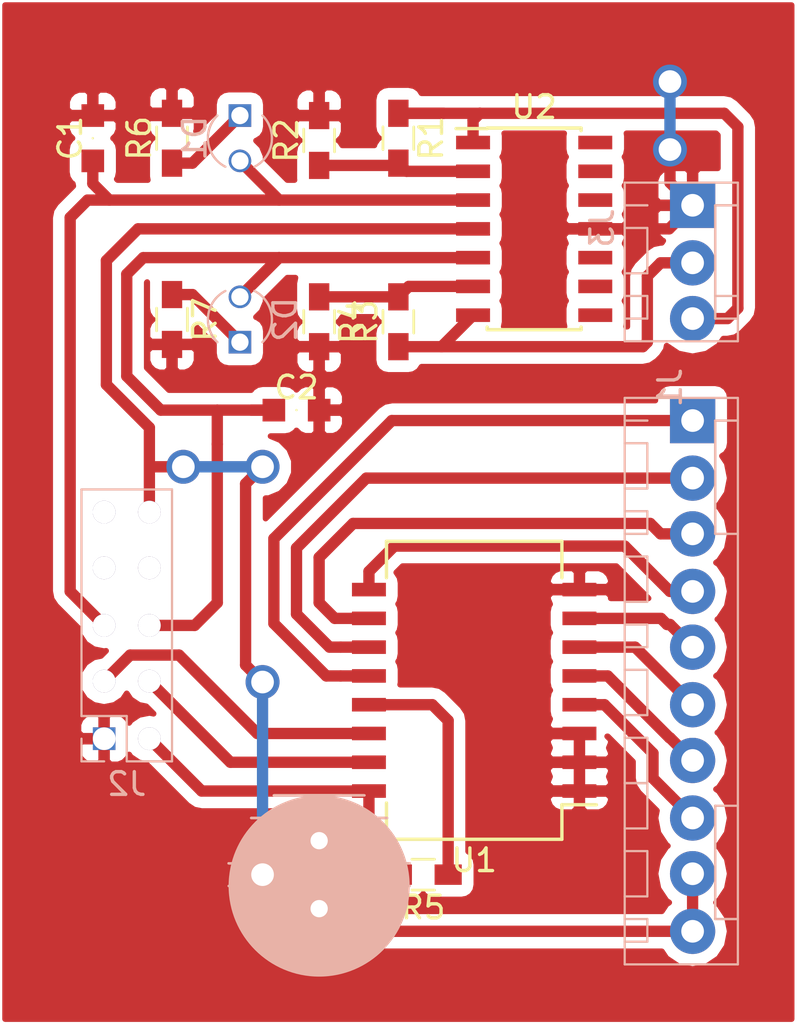
<source format=kicad_pcb>
(kicad_pcb (version 4) (host pcbnew 4.0.7)

  (general
    (links 46)
    (no_connects 1)
    (area 24.899999 14.142856 77.375 65.600001)
    (thickness 1.6)
    (drawings 4)
    (tracks 153)
    (zones 0)
    (modules 17)
    (nets 23)
  )

  (page A4)
  (layers
    (0 F.Cu signal)
    (31 B.Cu signal)
    (32 B.Adhes user)
    (33 F.Adhes user)
    (34 B.Paste user)
    (35 F.Paste user)
    (36 B.SilkS user)
    (37 F.SilkS user)
    (38 B.Mask user)
    (39 F.Mask user)
    (40 Dwgs.User user)
    (41 Cmts.User user)
    (42 Eco1.User user)
    (43 Eco2.User user)
    (44 Edge.Cuts user)
    (45 Margin user)
    (46 B.CrtYd user)
    (47 F.CrtYd user)
    (48 B.Fab user)
    (49 F.Fab user)
  )

  (setup
    (last_trace_width 0.5)
    (user_trace_width 0.5)
    (trace_clearance 0.4)
    (zone_clearance 0.508)
    (zone_45_only no)
    (trace_min 0.2)
    (segment_width 0.2)
    (edge_width 0.15)
    (via_size 1.5)
    (via_drill 1)
    (via_min_size 0.4)
    (via_min_drill 0.3)
    (uvia_size 0.3)
    (uvia_drill 0.1)
    (uvias_allowed no)
    (uvia_min_size 0.2)
    (uvia_min_drill 0.1)
    (pcb_text_width 0.3)
    (pcb_text_size 1.5 1.5)
    (mod_edge_width 0.15)
    (mod_text_size 1 1)
    (mod_text_width 0.15)
    (pad_size 2 2)
    (pad_drill 1)
    (pad_to_mask_clearance 0.2)
    (aux_axis_origin 0 0)
    (visible_elements FFFFEF7F)
    (pcbplotparams
      (layerselection 0x00030_80000001)
      (usegerberextensions false)
      (excludeedgelayer true)
      (linewidth 0.100000)
      (plotframeref false)
      (viasonmask false)
      (mode 1)
      (useauxorigin false)
      (hpglpennumber 1)
      (hpglpenspeed 20)
      (hpglpendiameter 15)
      (hpglpenoverlay 2)
      (psnegative false)
      (psa4output false)
      (plotreference true)
      (plotvalue true)
      (plotinvisibletext false)
      (padsonsilk false)
      (subtractmaskfromsilk false)
      (outputformat 1)
      (mirror false)
      (drillshape 1)
      (scaleselection 1)
      (outputdirectory ""))
  )

  (net 0 "")
  (net 1 analog0)
  (net 2 GND)
  (net 3 analog1)
  (net 4 +12V)
  (net 5 "Net-(D1-Pad1)")
  (net 6 "Net-(D2-Pad1)")
  (net 7 "Net-(J1-Pad3)")
  (net 8 "Net-(J1-Pad4)")
  (net 9 "Net-(J1-Pad5)")
  (net 10 "Net-(J1-Pad6)")
  (net 11 "Net-(J1-Pad7)")
  (net 12 "Net-(J1-Pad8)")
  (net 13 +5V)
  (net 14 SCL)
  (net 15 SDA)
  (net 16 "Net-(J3-Pad2)")
  (net 17 "Net-(J3-Pad3)")
  (net 18 "Net-(R1-Pad2)")
  (net 19 "Net-(R3-Pad2)")
  (net 20 "Net-(R5-Pad1)")
  (net 21 "Net-(J1-Pad1)")
  (net 22 "Net-(J1-Pad2)")

  (net_class Default "This is the default net class."
    (clearance 0.4)
    (trace_width 0.5)
    (via_dia 1.5)
    (via_drill 1)
    (uvia_dia 0.3)
    (uvia_drill 0.1)
    (add_net +12V)
    (add_net +5V)
    (add_net GND)
    (add_net "Net-(D1-Pad1)")
    (add_net "Net-(D2-Pad1)")
    (add_net "Net-(J1-Pad1)")
    (add_net "Net-(J1-Pad2)")
    (add_net "Net-(J1-Pad3)")
    (add_net "Net-(J1-Pad4)")
    (add_net "Net-(J1-Pad5)")
    (add_net "Net-(J1-Pad6)")
    (add_net "Net-(J1-Pad7)")
    (add_net "Net-(J1-Pad8)")
    (add_net "Net-(J3-Pad2)")
    (add_net "Net-(J3-Pad3)")
    (add_net "Net-(R1-Pad2)")
    (add_net "Net-(R3-Pad2)")
    (add_net "Net-(R5-Pad1)")
    (add_net SCL)
    (add_net SDA)
    (add_net analog0)
    (add_net analog1)
  )

  (module Capacitors_SMD:C_0805_HandSoldering (layer F.Cu) (tedit 58AA84A8) (tstamp 5A8E6C14)
    (at 44 21.5 90)
    (descr "Capacitor SMD 0805, hand soldering")
    (tags "capacitor 0805")
    (path /5A8DC17C)
    (attr smd)
    (fp_text reference C1 (at 0 -1 90) (layer F.SilkS)
      (effects (font (size 1 1) (thickness 0.15)))
    )
    (fp_text value 100n (at 0 1 90) (layer F.Fab)
      (effects (font (size 1 1) (thickness 0.15)))
    )
    (fp_text user %R (at 0 -1 90) (layer F.Fab)
      (effects (font (size 1 1) (thickness 0.15)))
    )
    (fp_line (start -1 0) (end -1 0) (layer F.Fab) (width 0))
    (fp_line (start 1 0) (end -1 0) (layer F.Fab) (width 0))
    (fp_line (start 1 0) (end 1 0) (layer F.Fab) (width 0))
    (fp_line (start -1 0) (end 1 0) (layer F.Fab) (width 0))
    (fp_line (start 0 0) (end 0 0) (layer F.SilkS) (width 0))
    (fp_line (start 0 0) (end 0 0) (layer F.SilkS) (width 0))
    (fp_line (start -2 0) (end 2 0) (layer F.CrtYd) (width 0))
    (fp_line (start -2 0) (end -2 0) (layer F.CrtYd) (width 0))
    (fp_line (start 2 0) (end 2 0) (layer F.CrtYd) (width 0))
    (fp_line (start 2 0) (end -2 0) (layer F.CrtYd) (width 0))
    (pad 1 smd rect (at -1 0 90) (size 1 1) (layers F.Cu F.Paste F.Mask)
      (net 1 analog0))
    (pad 2 smd rect (at 1 0 90) (size 1 1) (layers F.Cu F.Paste F.Mask)
      (net 2 GND))
    (model Capacitors_SMD.3dshapes/C_0805.wrl
      (at (xyz 0 0 0))
      (scale (xyz 1 1 1))
      (rotate (xyz 0 0 0))
    )
  )

  (module Capacitors_SMD:C_0805_HandSoldering (layer F.Cu) (tedit 58AA84A8) (tstamp 5A8E6C1A)
    (at 53 33.5)
    (descr "Capacitor SMD 0805, hand soldering")
    (tags "capacitor 0805")
    (path /5A8DC213)
    (attr smd)
    (fp_text reference C2 (at 0 -1) (layer F.SilkS)
      (effects (font (size 1 1) (thickness 0.15)))
    )
    (fp_text value 100n (at 0 1) (layer F.Fab)
      (effects (font (size 1 1) (thickness 0.15)))
    )
    (fp_text user %R (at 0 -1) (layer F.Fab)
      (effects (font (size 1 1) (thickness 0.15)))
    )
    (fp_line (start -1 0) (end -1 0) (layer F.Fab) (width 0))
    (fp_line (start 1 0) (end -1 0) (layer F.Fab) (width 0))
    (fp_line (start 1 0) (end 1 0) (layer F.Fab) (width 0))
    (fp_line (start -1 0) (end 1 0) (layer F.Fab) (width 0))
    (fp_line (start 0 0) (end 0 0) (layer F.SilkS) (width 0))
    (fp_line (start 0 0) (end 0 0) (layer F.SilkS) (width 0))
    (fp_line (start -2 0) (end 2 0) (layer F.CrtYd) (width 0))
    (fp_line (start -2 0) (end -2 0) (layer F.CrtYd) (width 0))
    (fp_line (start 2 0) (end 2 0) (layer F.CrtYd) (width 0))
    (fp_line (start 2 0) (end -2 0) (layer F.CrtYd) (width 0))
    (pad 1 smd rect (at -1 0) (size 1 1) (layers F.Cu F.Paste F.Mask)
      (net 3 analog1))
    (pad 2 smd rect (at 1 0) (size 1 1) (layers F.Cu F.Paste F.Mask)
      (net 2 GND))
    (model Capacitors_SMD.3dshapes/C_0805.wrl
      (at (xyz 0 0 0))
      (scale (xyz 1 1 1))
      (rotate (xyz 0 0 0))
    )
  )

  (module Capacitors_THT:CP_Radial_D8.0mm_P3.80mm (layer B.Cu) (tedit 597BC7C2) (tstamp 5A8E6C20)
    (at 54 55.5 90)
    (descr "CP, Radial series, Radial, pin pitch=3.80mm, , diameter=8mm, Electrolytic Capacitor")
    (tags "CP Radial series Radial pin pitch 3.80mm  diameter 8mm Electrolytic Capacitor")
    (path /5A8DBDE0)
    (fp_text reference C3 (at 0.5 2 90) (layer B.SilkS)
      (effects (font (size 1 1) (thickness 0.15)) (justify mirror))
    )
    (fp_text value 100u (at 1 -5 90) (layer B.Fab)
      (effects (font (size 1 1) (thickness 0.15)) (justify mirror))
    )
    (fp_circle (center 1 0) (end 5 0) (layer B.Fab) (width 0))
    (fp_circle (center 1 0) (end 5 0) (layer B.SilkS) (width 0))
    (fp_line (start -2 0) (end -1 0) (layer B.Fab) (width 0))
    (fp_line (start -1 0) (end -1 0) (layer B.Fab) (width 0))
    (fp_line (start 1 4) (end 1 -4) (layer B.SilkS) (width 0))
    (fp_line (start 1 4) (end 1 -4) (layer B.SilkS) (width 0))
    (fp_line (start 1 4) (end 1 -4) (layer B.SilkS) (width 0))
    (fp_line (start 2 4) (end 2 -4) (layer B.SilkS) (width 0))
    (fp_line (start 2 4) (end 2 -4) (layer B.SilkS) (width 0))
    (fp_line (start 2 4) (end 2 -4) (layer B.SilkS) (width 0))
    (fp_line (start 2 4) (end 2 -4) (layer B.SilkS) (width 0))
    (fp_line (start 2 4) (end 2 -4) (layer B.SilkS) (width 0))
    (fp_line (start 2 4) (end 2 -4) (layer B.SilkS) (width 0))
    (fp_line (start 2 4) (end 2 -4) (layer B.SilkS) (width 0))
    (fp_line (start 2 4) (end 2 -4) (layer B.SilkS) (width 0))
    (fp_line (start 2 4) (end 2 -4) (layer B.SilkS) (width 0))
    (fp_line (start 2 4) (end 2 -4) (layer B.SilkS) (width 0))
    (fp_line (start 2 4) (end 2 -4) (layer B.SilkS) (width 0))
    (fp_line (start 2 4) (end 2 -4) (layer B.SilkS) (width 0))
    (fp_line (start 2 4) (end 2 -4) (layer B.SilkS) (width 0))
    (fp_line (start 2 4) (end 2 -4) (layer B.SilkS) (width 0))
    (fp_line (start 2 3) (end 2 -3) (layer B.SilkS) (width 0))
    (fp_line (start 2 3) (end 2 -3) (layer B.SilkS) (width 0))
    (fp_line (start 2 3) (end 2 -3) (layer B.SilkS) (width 0))
    (fp_line (start 2 3) (end 2 -3) (layer B.SilkS) (width 0))
    (fp_line (start 2 3) (end 2 -3) (layer B.SilkS) (width 0))
    (fp_line (start 2 3) (end 2 -3) (layer B.SilkS) (width 0))
    (fp_line (start 2 3) (end 2 0) (layer B.SilkS) (width 0))
    (fp_line (start 2 0) (end 2 -3) (layer B.SilkS) (width 0))
    (fp_line (start 2 3) (end 2 0) (layer B.SilkS) (width 0))
    (fp_line (start 2 0) (end 2 -3) (layer B.SilkS) (width 0))
    (fp_line (start 2 3) (end 2 0) (layer B.SilkS) (width 0))
    (fp_line (start 2 0) (end 2 -3) (layer B.SilkS) (width 0))
    (fp_line (start 2 3) (end 2 0) (layer B.SilkS) (width 0))
    (fp_line (start 2 0) (end 2 -3) (layer B.SilkS) (width 0))
    (fp_line (start 2 3) (end 2 0) (layer B.SilkS) (width 0))
    (fp_line (start 2 0) (end 2 -3) (layer B.SilkS) (width 0))
    (fp_line (start 3 3) (end 3 0) (layer B.SilkS) (width 0))
    (fp_line (start 3 0) (end 3 -3) (layer B.SilkS) (width 0))
    (fp_line (start 3 3) (end 3 0) (layer B.SilkS) (width 0))
    (fp_line (start 3 0) (end 3 -3) (layer B.SilkS) (width 0))
    (fp_line (start 3 3) (end 3 0) (layer B.SilkS) (width 0))
    (fp_line (start 3 0) (end 3 -3) (layer B.SilkS) (width 0))
    (fp_line (start 3 3) (end 3 0) (layer B.SilkS) (width 0))
    (fp_line (start 3 0) (end 3 -3) (layer B.SilkS) (width 0))
    (fp_line (start 3 3) (end 3 0) (layer B.SilkS) (width 0))
    (fp_line (start 3 0) (end 3 -3) (layer B.SilkS) (width 0))
    (fp_line (start 3 3) (end 3 0) (layer B.SilkS) (width 0))
    (fp_line (start 3 0) (end 3 -3) (layer B.SilkS) (width 0))
    (fp_line (start 3 3) (end 3 0) (layer B.SilkS) (width 0))
    (fp_line (start 3 0) (end 3 -3) (layer B.SilkS) (width 0))
    (fp_line (start 3 3) (end 3 0) (layer B.SilkS) (width 0))
    (fp_line (start 3 0) (end 3 -3) (layer B.SilkS) (width 0))
    (fp_line (start 3 3) (end 3 0) (layer B.SilkS) (width 0))
    (fp_line (start 3 0) (end 3 -3) (layer B.SilkS) (width 0))
    (fp_line (start 3 3) (end 3 0) (layer B.SilkS) (width 0))
    (fp_line (start 3 0) (end 3 -3) (layer B.SilkS) (width 0))
    (fp_line (start 3 3) (end 3 0) (layer B.SilkS) (width 0))
    (fp_line (start 3 0) (end 3 -3) (layer B.SilkS) (width 0))
    (fp_line (start 3 3) (end 3 0) (layer B.SilkS) (width 0))
    (fp_line (start 3 0) (end 3 -3) (layer B.SilkS) (width 0))
    (fp_line (start 3 3) (end 3 0) (layer B.SilkS) (width 0))
    (fp_line (start 3 0) (end 3 -3) (layer B.SilkS) (width 0))
    (fp_line (start 3 3) (end 3 0) (layer B.SilkS) (width 0))
    (fp_line (start 3 0) (end 3 -3) (layer B.SilkS) (width 0))
    (fp_line (start 3 3) (end 3 0) (layer B.SilkS) (width 0))
    (fp_line (start 3 0) (end 3 -3) (layer B.SilkS) (width 0))
    (fp_line (start 3 3) (end 3 0) (layer B.SilkS) (width 0))
    (fp_line (start 3 0) (end 3 -3) (layer B.SilkS) (width 0))
    (fp_line (start 3 3) (end 3 0) (layer B.SilkS) (width 0))
    (fp_line (start 3 0) (end 3 -3) (layer B.SilkS) (width 0))
    (fp_line (start 3 3) (end 3 0) (layer B.SilkS) (width 0))
    (fp_line (start 3 0) (end 3 -3) (layer B.SilkS) (width 0))
    (fp_line (start 3 3) (end 3 0) (layer B.SilkS) (width 0))
    (fp_line (start 3 0) (end 3 -3) (layer B.SilkS) (width 0))
    (fp_line (start 3 3) (end 3 0) (layer B.SilkS) (width 0))
    (fp_line (start 3 0) (end 3 -3) (layer B.SilkS) (width 0))
    (fp_line (start 3 3) (end 3 0) (layer B.SilkS) (width 0))
    (fp_line (start 3 0) (end 3 -3) (layer B.SilkS) (width 0))
    (fp_line (start 3 3) (end 3 0) (layer B.SilkS) (width 0))
    (fp_line (start 3 0) (end 3 -3) (layer B.SilkS) (width 0))
    (fp_line (start 3 3) (end 3 0) (layer B.SilkS) (width 0))
    (fp_line (start 3 0) (end 3 -3) (layer B.SilkS) (width 0))
    (fp_line (start 3 3) (end 3 0) (layer B.SilkS) (width 0))
    (fp_line (start 3 0) (end 3 -3) (layer B.SilkS) (width 0))
    (fp_line (start 3 3) (end 3 0) (layer B.SilkS) (width 0))
    (fp_line (start 3 0) (end 3 -3) (layer B.SilkS) (width 0))
    (fp_line (start 4 3) (end 4 0) (layer B.SilkS) (width 0))
    (fp_line (start 4 0) (end 4 -3) (layer B.SilkS) (width 0))
    (fp_line (start 4 3) (end 4 0) (layer B.SilkS) (width 0))
    (fp_line (start 4 0) (end 4 -3) (layer B.SilkS) (width 0))
    (fp_line (start 4 3) (end 4 0) (layer B.SilkS) (width 0))
    (fp_line (start 4 0) (end 4 -3) (layer B.SilkS) (width 0))
    (fp_line (start 4 3) (end 4 0) (layer B.SilkS) (width 0))
    (fp_line (start 4 0) (end 4 -3) (layer B.SilkS) (width 0))
    (fp_line (start 4 3) (end 4 0) (layer B.SilkS) (width 0))
    (fp_line (start 4 0) (end 4 -3) (layer B.SilkS) (width 0))
    (fp_line (start 4 3) (end 4 0) (layer B.SilkS) (width 0))
    (fp_line (start 4 0) (end 4 -3) (layer B.SilkS) (width 0))
    (fp_line (start 4 3) (end 4 0) (layer B.SilkS) (width 0))
    (fp_line (start 4 0) (end 4 -3) (layer B.SilkS) (width 0))
    (fp_line (start 4 3) (end 4 0) (layer B.SilkS) (width 0))
    (fp_line (start 4 0) (end 4 -3) (layer B.SilkS) (width 0))
    (fp_line (start 4 3) (end 4 0) (layer B.SilkS) (width 0))
    (fp_line (start 4 0) (end 4 -3) (layer B.SilkS) (width 0))
    (fp_line (start 4 3) (end 4 0) (layer B.SilkS) (width 0))
    (fp_line (start 4 0) (end 4 -3) (layer B.SilkS) (width 0))
    (fp_line (start 4 3) (end 4 0) (layer B.SilkS) (width 0))
    (fp_line (start 4 0) (end 4 -3) (layer B.SilkS) (width 0))
    (fp_line (start 4 3) (end 4 0) (layer B.SilkS) (width 0))
    (fp_line (start 4 0) (end 4 -3) (layer B.SilkS) (width 0))
    (fp_line (start 4 3) (end 4 0) (layer B.SilkS) (width 0))
    (fp_line (start 4 0) (end 4 -3) (layer B.SilkS) (width 0))
    (fp_line (start 4 3) (end 4 0) (layer B.SilkS) (width 0))
    (fp_line (start 4 0) (end 4 -3) (layer B.SilkS) (width 0))
    (fp_line (start 4 3) (end 4 0) (layer B.SilkS) (width 0))
    (fp_line (start 4 0) (end 4 -3) (layer B.SilkS) (width 0))
    (fp_line (start 4 3) (end 4 0) (layer B.SilkS) (width 0))
    (fp_line (start 4 0) (end 4 -3) (layer B.SilkS) (width 0))
    (fp_line (start 4 2) (end 4 0) (layer B.SilkS) (width 0))
    (fp_line (start 4 0) (end 4 -2) (layer B.SilkS) (width 0))
    (fp_line (start 4 2) (end 4 0) (layer B.SilkS) (width 0))
    (fp_line (start 4 0) (end 4 -2) (layer B.SilkS) (width 0))
    (fp_line (start 4 2) (end 4 0) (layer B.SilkS) (width 0))
    (fp_line (start 4 0) (end 4 -2) (layer B.SilkS) (width 0))
    (fp_line (start 4 2) (end 4 -2) (layer B.SilkS) (width 0))
    (fp_line (start 4 2) (end 4 -2) (layer B.SilkS) (width 0))
    (fp_line (start 4 2) (end 4 -2) (layer B.SilkS) (width 0))
    (fp_line (start 4 2) (end 4 -2) (layer B.SilkS) (width 0))
    (fp_line (start 4 2) (end 4 -2) (layer B.SilkS) (width 0))
    (fp_line (start 4 2) (end 4 -2) (layer B.SilkS) (width 0))
    (fp_line (start 5 2) (end 5 -2) (layer B.SilkS) (width 0))
    (fp_line (start 5 2) (end 5 -2) (layer B.SilkS) (width 0))
    (fp_line (start 5 2) (end 5 -2) (layer B.SilkS) (width 0))
    (fp_line (start 5 2) (end 5 -2) (layer B.SilkS) (width 0))
    (fp_line (start 5 2) (end 5 -2) (layer B.SilkS) (width 0))
    (fp_line (start 5 2) (end 5 -2) (layer B.SilkS) (width 0))
    (fp_line (start 5 2) (end 5 -2) (layer B.SilkS) (width 0))
    (fp_line (start 5 2) (end 5 -2) (layer B.SilkS) (width 0))
    (fp_line (start 5 2) (end 5 -2) (layer B.SilkS) (width 0))
    (fp_line (start 5 2) (end 5 -2) (layer B.SilkS) (width 0))
    (fp_line (start 5 2) (end 5 -2) (layer B.SilkS) (width 0))
    (fp_line (start 5 1) (end 5 -1) (layer B.SilkS) (width 0))
    (fp_line (start 5 1) (end 5 -1) (layer B.SilkS) (width 0))
    (fp_line (start 5 1) (end 5 -1) (layer B.SilkS) (width 0))
    (fp_line (start 5 1) (end 5 -1) (layer B.SilkS) (width 0))
    (fp_line (start 5 1) (end 5 -1) (layer B.SilkS) (width 0))
    (fp_line (start 5 1) (end 5 -1) (layer B.SilkS) (width 0))
    (fp_line (start 5 1) (end 5 -1) (layer B.SilkS) (width 0))
    (fp_line (start 5 1) (end 5 -1) (layer B.SilkS) (width 0))
    (fp_line (start 5 1) (end 5 -1) (layer B.SilkS) (width 0))
    (fp_line (start 5 1) (end 5 -1) (layer B.SilkS) (width 0))
    (fp_line (start 5 0) (end 5 0) (layer B.SilkS) (width 0))
    (fp_line (start 5 0) (end 5 0) (layer B.SilkS) (width 0))
    (fp_line (start 5 0) (end 5 0) (layer B.SilkS) (width 0))
    (fp_line (start 5 0) (end 5 0) (layer B.SilkS) (width 0))
    (fp_line (start -2 0) (end -1 0) (layer B.SilkS) (width 0))
    (fp_line (start -1 0) (end -1 0) (layer B.SilkS) (width 0))
    (fp_line (start -2 4) (end -2 -4) (layer B.CrtYd) (width 0))
    (fp_line (start -2 -4) (end 6 -4) (layer B.CrtYd) (width 0))
    (fp_line (start 6 -4) (end 6 4) (layer B.CrtYd) (width 0))
    (fp_line (start 6 4) (end -2 4) (layer B.CrtYd) (width 0))
    (fp_text user %R (at 1 0 90) (layer B.Fab)
      (effects (font (size 1 1) (thickness 0.15)) (justify mirror))
    )
    (pad 1 thru_hole rect (at 0 0 90) (size 1 1) (drill 0.762) (layers *.Cu *.Mask)
      (net 4 +12V))
    (pad 2 thru_hole circle (at 3 0 90) (size 1 1) (drill 0.762) (layers *.Cu *.Mask)
      (net 2 GND))
    (model ${KISYS3DMOD}/Capacitors_THT.3dshapes/CP_Radial_D8.0mm_P3.80mm.wrl
      (at (xyz 0 0 0))
      (scale (xyz 1 1 1))
      (rotate (xyz 0 0 0))
    )
  )

  (module LEDs:LED_D3.0mm (layer B.Cu) (tedit 587A3A7B) (tstamp 5A8E6C26)
    (at 50.5 20.5 270)
    (descr "LED, diameter 3.0mm, 2 pins")
    (tags "LED diameter 3.0mm 2 pins")
    (path /5A8D9CC8)
    (fp_text reference D1 (at 1 2 270) (layer B.SilkS)
      (effects (font (size 1 1) (thickness 0.15)) (justify mirror))
    )
    (fp_text value LED_Small (at 1 -2 270) (layer B.Fab)
      (effects (font (size 1 1) (thickness 0.15)) (justify mirror))
    )
    (fp_arc (start 1 0) (end 0 1) (angle -284) (layer B.Fab) (width 0))
    (fp_arc (start 1 0) (end 0 1) (angle -108) (layer B.SilkS) (width 0))
    (fp_arc (start 1 0) (end 0 -1) (angle 108) (layer B.SilkS) (width 0))
    (fp_arc (start 1 0) (end 0 1) (angle -87) (layer B.SilkS) (width 0))
    (fp_arc (start 1 0) (end 0 -1) (angle 87) (layer B.SilkS) (width 0))
    (fp_circle (center 1 0) (end 2 0) (layer B.Fab) (width 0))
    (fp_line (start 0 1) (end 0 -1) (layer B.Fab) (width 0))
    (fp_line (start 0 1) (end 0 1) (layer B.SilkS) (width 0))
    (fp_line (start 0 -1) (end 0 -1) (layer B.SilkS) (width 0))
    (fp_line (start -1 2) (end -1 -2) (layer B.CrtYd) (width 0))
    (fp_line (start -1 -2) (end 3 -2) (layer B.CrtYd) (width 0))
    (fp_line (start 3 -2) (end 3 2) (layer B.CrtYd) (width 0))
    (fp_line (start 3 2) (end -1 2) (layer B.CrtYd) (width 0))
    (pad 1 thru_hole rect (at 0 0 270) (size 1 1) (drill 0.762) (layers *.Cu *.Mask)
      (net 5 "Net-(D1-Pad1)"))
    (pad 2 thru_hole circle (at 2 0 270) (size 1 1) (drill 0.762) (layers *.Cu *.Mask)
      (net 1 analog0))
    (model ${KISYS3DMOD}/LEDs.3dshapes/LED_D3.0mm.wrl
      (at (xyz 0 0 0))
      (scale (xyz 0 0 0))
      (rotate (xyz 0 0 0))
    )
  )

  (module LEDs:LED_D3.0mm (layer B.Cu) (tedit 587A3A7B) (tstamp 5A8E6C2C)
    (at 50.5 30.5 90)
    (descr "LED, diameter 3.0mm, 2 pins")
    (tags "LED diameter 3.0mm 2 pins")
    (path /5A8DA191)
    (fp_text reference D2 (at 1 2 90) (layer B.SilkS)
      (effects (font (size 1 1) (thickness 0.15)) (justify mirror))
    )
    (fp_text value LED_Small (at 1 -2 90) (layer B.Fab)
      (effects (font (size 1 1) (thickness 0.15)) (justify mirror))
    )
    (fp_arc (start 1 0) (end 0 1) (angle -284) (layer B.Fab) (width 0))
    (fp_arc (start 1 0) (end 0 1) (angle -108) (layer B.SilkS) (width 0))
    (fp_arc (start 1 0) (end 0 -1) (angle 108) (layer B.SilkS) (width 0))
    (fp_arc (start 1 0) (end 0 1) (angle -87) (layer B.SilkS) (width 0))
    (fp_arc (start 1 0) (end 0 -1) (angle 87) (layer B.SilkS) (width 0))
    (fp_circle (center 1 0) (end 2 0) (layer B.Fab) (width 0))
    (fp_line (start 0 1) (end 0 -1) (layer B.Fab) (width 0))
    (fp_line (start 0 1) (end 0 1) (layer B.SilkS) (width 0))
    (fp_line (start 0 -1) (end 0 -1) (layer B.SilkS) (width 0))
    (fp_line (start -1 2) (end -1 -2) (layer B.CrtYd) (width 0))
    (fp_line (start -1 -2) (end 3 -2) (layer B.CrtYd) (width 0))
    (fp_line (start 3 -2) (end 3 2) (layer B.CrtYd) (width 0))
    (fp_line (start 3 2) (end -1 2) (layer B.CrtYd) (width 0))
    (pad 1 thru_hole rect (at 0 0 90) (size 1 1) (drill 0.762) (layers *.Cu *.Mask)
      (net 6 "Net-(D2-Pad1)"))
    (pad 2 thru_hole circle (at 2 0 90) (size 1 1) (drill 0.762) (layers *.Cu *.Mask)
      (net 3 analog1))
    (model ${KISYS3DMOD}/LEDs.3dshapes/LED_D3.0mm.wrl
      (at (xyz 0 0 0))
      (scale (xyz 0 0 0))
      (rotate (xyz 0 0 0))
    )
  )

  (module Connectors_Molex:Molex_KK-6410-10_10x2.54mm_Straight (layer B.Cu) (tedit 5A8D926E) (tstamp 5A8E6C3A)
    (at 70.5 33.96 270)
    (descr "Connector Headers with Friction Lock, 22-27-2101, http://www.molex.com/pdm_docs/sd/022272021_sd.pdf")
    (tags "connector molex kk_6410 22-27-2101")
    (path /5A8D8458)
    (fp_text reference J1 (at -1.46 1 270) (layer B.SilkS)
      (effects (font (size 1 1) (thickness 0.15)) (justify mirror))
    )
    (fp_text value "mc 0.5-2.5" (at 11 -4 270) (layer B.Fab)
      (effects (font (size 1 1) (thickness 0.15)) (justify mirror))
    )
    (fp_line (start -1 3) (end -1 -3) (layer B.Fab) (width 0))
    (fp_line (start -1 -3) (end 24 -3) (layer B.Fab) (width 0))
    (fp_line (start 24 -3) (end 24 3) (layer B.Fab) (width 0))
    (fp_line (start 24 3) (end -1 3) (layer B.Fab) (width 0))
    (fp_line (start -1 3) (end -1 -2) (layer B.SilkS) (width 0))
    (fp_line (start -1 -2) (end 24 -2) (layer B.SilkS) (width 0))
    (fp_line (start 24 -2) (end 24 3) (layer B.SilkS) (width 0))
    (fp_line (start 24 3) (end -1 3) (layer B.SilkS) (width 0))
    (fp_line (start 0 -2) (end 0 -1) (layer B.SilkS) (width 0))
    (fp_line (start 0 -1) (end 5 -1) (layer B.SilkS) (width 0))
    (fp_line (start 5 -1) (end 5 -2) (layer B.SilkS) (width 0))
    (fp_line (start 0 -1) (end 0 -1) (layer B.SilkS) (width 0))
    (fp_line (start 0 -1) (end 5 -1) (layer B.SilkS) (width 0))
    (fp_line (start 5 -1) (end 5 -1) (layer B.SilkS) (width 0))
    (fp_line (start 0 -2) (end 0 -1) (layer B.SilkS) (width 0))
    (fp_line (start 22 -2) (end 22 -1) (layer B.SilkS) (width 0))
    (fp_line (start 22 -1) (end 17 -1) (layer B.SilkS) (width 0))
    (fp_line (start 17 -1) (end 17 -2) (layer B.SilkS) (width 0))
    (fp_line (start 22 -1) (end 22 -1) (layer B.SilkS) (width 0))
    (fp_line (start 22 -1) (end 17 -1) (layer B.SilkS) (width 0))
    (fp_line (start 17 -1) (end 17 -1) (layer B.SilkS) (width 0))
    (fp_line (start 22 -2) (end 22 -1) (layer B.SilkS) (width 0))
    (fp_line (start 0 3) (end 0 2) (layer B.SilkS) (width 0))
    (fp_line (start 0 2) (end 0 2) (layer B.SilkS) (width 0))
    (fp_line (start 0 2) (end 0 3) (layer B.SilkS) (width 0))
    (fp_line (start 1 3) (end 1 2) (layer B.SilkS) (width 0))
    (fp_line (start 1 2) (end 3 2) (layer B.SilkS) (width 0))
    (fp_line (start 3 2) (end 3 3) (layer B.SilkS) (width 0))
    (fp_line (start 4 3) (end 4 2) (layer B.SilkS) (width 0))
    (fp_line (start 4 2) (end 5 2) (layer B.SilkS) (width 0))
    (fp_line (start 5 2) (end 5 3) (layer B.SilkS) (width 0))
    (fp_line (start 6 3) (end 6 2) (layer B.SilkS) (width 0))
    (fp_line (start 6 2) (end 8 2) (layer B.SilkS) (width 0))
    (fp_line (start 8 2) (end 8 3) (layer B.SilkS) (width 0))
    (fp_line (start 9 3) (end 9 2) (layer B.SilkS) (width 0))
    (fp_line (start 9 2) (end 10 2) (layer B.SilkS) (width 0))
    (fp_line (start 10 2) (end 10 3) (layer B.SilkS) (width 0))
    (fp_line (start 11 3) (end 11 2) (layer B.SilkS) (width 0))
    (fp_line (start 11 2) (end 13 2) (layer B.SilkS) (width 0))
    (fp_line (start 13 2) (end 13 3) (layer B.SilkS) (width 0))
    (fp_line (start 14 3) (end 14 2) (layer B.SilkS) (width 0))
    (fp_line (start 14 2) (end 16 2) (layer B.SilkS) (width 0))
    (fp_line (start 16 2) (end 16 3) (layer B.SilkS) (width 0))
    (fp_line (start 16 3) (end 16 2) (layer B.SilkS) (width 0))
    (fp_line (start 16 2) (end 18 2) (layer B.SilkS) (width 0))
    (fp_line (start 18 2) (end 18 3) (layer B.SilkS) (width 0))
    (fp_line (start 19 3) (end 19 2) (layer B.SilkS) (width 0))
    (fp_line (start 19 2) (end 21 2) (layer B.SilkS) (width 0))
    (fp_line (start 21 2) (end 21 3) (layer B.SilkS) (width 0))
    (fp_line (start 22 3) (end 22 2) (layer B.SilkS) (width 0))
    (fp_line (start 22 2) (end 23 2) (layer B.SilkS) (width 0))
    (fp_line (start 23 2) (end 23 3) (layer B.SilkS) (width 0))
    (fp_line (start -1 -3) (end -1 3) (layer B.CrtYd) (width 0))
    (fp_line (start -1 3) (end 24 3) (layer B.CrtYd) (width 0))
    (fp_line (start 24 3) (end 24 -3) (layer B.CrtYd) (width 0))
    (fp_line (start 24 -3) (end -1 -3) (layer B.CrtYd) (width 0))
    (fp_text user %R (at 11 0 270) (layer B.Fab)
      (effects (font (size 1 1) (thickness 0.15)) (justify mirror))
    )
    (pad 1 thru_hole rect (at 0 0 270) (size 2 2) (drill 1) (layers *.Cu *.Mask)
      (net 21 "Net-(J1-Pad1)"))
    (pad 2 thru_hole oval (at 2.54 0 270) (size 2 2) (drill 1) (layers *.Cu *.Mask)
      (net 22 "Net-(J1-Pad2)"))
    (pad 3 thru_hole oval (at 5 0 270) (size 2 2) (drill 1) (layers *.Cu *.Mask)
      (net 7 "Net-(J1-Pad3)"))
    (pad 4 thru_hole oval (at 7.54 0 270) (size 2 2) (drill 1) (layers *.Cu *.Mask)
      (net 8 "Net-(J1-Pad4)"))
    (pad 5 thru_hole oval (at 10 0 270) (size 2 2) (drill 1) (layers *.Cu *.Mask)
      (net 9 "Net-(J1-Pad5)"))
    (pad 6 thru_hole oval (at 12.54 0 270) (size 2 2) (drill 1) (layers *.Cu *.Mask)
      (net 10 "Net-(J1-Pad6)"))
    (pad 7 thru_hole oval (at 15 0 270) (size 2 2) (drill 1) (layers *.Cu *.Mask)
      (net 11 "Net-(J1-Pad7)"))
    (pad 8 thru_hole oval (at 17.54 0 270) (size 2 2) (drill 1) (layers *.Cu *.Mask)
      (net 12 "Net-(J1-Pad8)"))
    (pad 9 thru_hole oval (at 20 0 270) (size 2 2) (drill 1) (layers *.Cu *.Mask)
      (net 4 +12V))
    (pad 10 thru_hole oval (at 22.54 0 270) (size 2 2) (drill 1) (layers *.Cu *.Mask)
      (net 4 +12V))
    (model ${KISYS3DMOD}/Connectors_Molex.3dshapes/Molex_KK-6410-10_10x2.54mm_Straight.wrl
      (at (xyz 0 0 0))
      (scale (xyz 1 1 1))
      (rotate (xyz 0 0 0))
    )
  )

  (module Pin_Headers:Pin_Header_Straight_2x05_Pitch2.54mm (layer B.Cu) (tedit 5A8D921E) (tstamp 5A8E6C48)
    (at 44.5 48)
    (descr "Through hole straight pin header, 2x05, 2.54mm pitch, double rows")
    (tags "Through hole pin header THT 2x05 2.54mm double row")
    (path /5A8D93C2)
    (fp_text reference J2 (at 1 2) (layer B.SilkS)
      (effects (font (size 1 1) (thickness 0.15)) (justify mirror))
    )
    (fp_text value EXT3 (at 1 -12) (layer B.Fab)
      (effects (font (size 1 1) (thickness 0.15)) (justify mirror))
    )
    (fp_line (start 0 1) (end 3 1) (layer B.Fab) (width 0))
    (fp_line (start 3 1) (end 3 -11) (layer B.Fab) (width 0))
    (fp_line (start 3 -11) (end -1 -11) (layer B.Fab) (width 0))
    (fp_line (start -1 -11) (end -1 0) (layer B.Fab) (width 0))
    (fp_line (start -1 0) (end 0 1) (layer B.Fab) (width 0))
    (fp_line (start -1 -11) (end 3 -11) (layer B.SilkS) (width 0))
    (fp_line (start -1 -1) (end -1 -11) (layer B.SilkS) (width 0))
    (fp_line (start 3 1) (end 3 -11) (layer B.SilkS) (width 0))
    (fp_line (start -1 -1) (end 1 -1) (layer B.SilkS) (width 0))
    (fp_line (start 1 -1) (end 1 1) (layer B.SilkS) (width 0))
    (fp_line (start 1 1) (end 3 1) (layer B.SilkS) (width 0))
    (fp_line (start -1 0) (end -1 1) (layer B.SilkS) (width 0))
    (fp_line (start -1 1) (end 0 1) (layer B.SilkS) (width 0))
    (fp_line (start -1 1) (end -1 -11) (layer B.CrtYd) (width 0))
    (fp_line (start -1 -11) (end 4 -11) (layer B.CrtYd) (width 0))
    (fp_line (start 4 -11) (end 4 1) (layer B.CrtYd) (width 0))
    (fp_line (start 4 1) (end -1 1) (layer B.CrtYd) (width 0))
    (fp_text user %R (at 1 -5 270) (layer B.Fab)
      (effects (font (size 1 1) (thickness 0.15)) (justify mirror))
    )
    (pad 1 thru_hole rect (at 0 0) (size 1 1) (drill 1) (layers *.Cu *.Mask)
      (net 2 GND))
    (pad 2 thru_hole oval (at 2 0) (size 1 1) (drill 1) (layers *.Cu *.Mask)
      (net 13 +5V))
    (pad 3 thru_hole oval (at 0 -2.54) (size 1 1) (drill 1) (layers *.Cu *.Mask)
      (net 14 SCL))
    (pad 4 thru_hole oval (at 2 -2.54) (size 1 1) (drill 1) (layers *.Cu *.Mask)
      (net 15 SDA))
    (pad 5 thru_hole oval (at 0 -5) (size 1 1) (drill 1) (layers *.Cu *.Mask)
      (net 1 analog0))
    (pad 6 thru_hole oval (at 2 -5) (size 1 1) (drill 1) (layers *.Cu *.Mask)
      (net 3 analog1))
    (pad 7 thru_hole oval (at 0 -7.54) (size 1 1) (drill 1) (layers *.Cu *.Mask))
    (pad 8 thru_hole oval (at 2 -7.54) (size 1 1) (drill 1) (layers *.Cu *.Mask))
    (pad 9 thru_hole oval (at 0 -10) (size 1 1) (drill 1) (layers *.Cu *.Mask))
    (pad 10 thru_hole oval (at 2 -10) (size 1 1) (drill 1) (layers *.Cu *.Mask)
      (net 4 +12V))
    (model ${KISYS3DMOD}/Pin_Headers.3dshapes/Pin_Header_Straight_2x05_Pitch2.54mm.wrl
      (at (xyz 0 0 0))
      (scale (xyz 1 1 1))
      (rotate (xyz 0 0 0))
    )
  )

  (module Connectors_Molex:Molex_KK-6410-03_03x2.54mm_Straight (layer B.Cu) (tedit 5A8D9394) (tstamp 5A8E6C4F)
    (at 70.5 24.46 270)
    (descr "Connector Headers with Friction Lock, 22-27-2031, http://www.molex.com/pdm_docs/sd/022272021_sd.pdf")
    (tags "connector molex kk_6410 22-27-2031")
    (path /5A8DA5A8)
    (fp_text reference J3 (at 1 4 270) (layer B.SilkS)
      (effects (font (size 1 1) (thickness 0.15)) (justify mirror))
    )
    (fp_text value "mc 0.5-2.5" (at 2 -4 270) (layer B.Fab)
      (effects (font (size 1 1) (thickness 0.15)) (justify mirror))
    )
    (fp_line (start -1 3) (end -1 -3) (layer B.Fab) (width 0))
    (fp_line (start -1 -3) (end 6 -3) (layer B.Fab) (width 0))
    (fp_line (start 6 -3) (end 6 3) (layer B.Fab) (width 0))
    (fp_line (start 6 3) (end -1 3) (layer B.Fab) (width 0))
    (fp_line (start -1 3) (end -1 -2) (layer B.SilkS) (width 0))
    (fp_line (start -1 -2) (end 6 -2) (layer B.SilkS) (width 0))
    (fp_line (start 6 -2) (end 6 3) (layer B.SilkS) (width 0))
    (fp_line (start 6 3) (end -1 3) (layer B.SilkS) (width 0))
    (fp_line (start 0 -2) (end 0 -1) (layer B.SilkS) (width 0))
    (fp_line (start 0 -1) (end 5 -1) (layer B.SilkS) (width 0))
    (fp_line (start 5 -1) (end 5 -2) (layer B.SilkS) (width 0))
    (fp_line (start 0 -1) (end 0 -1) (layer B.SilkS) (width 0))
    (fp_line (start 0 -1) (end 4 -1) (layer B.SilkS) (width 0))
    (fp_line (start 4 -1) (end 5 -1) (layer B.SilkS) (width 0))
    (fp_line (start 0 -2) (end 0 -1) (layer B.SilkS) (width 0))
    (fp_line (start 4 -2) (end 4 -1) (layer B.SilkS) (width 0))
    (fp_line (start 0 3) (end 0 2) (layer B.SilkS) (width 0))
    (fp_line (start 0 2) (end 0 2) (layer B.SilkS) (width 0))
    (fp_line (start 0 2) (end 0 3) (layer B.SilkS) (width 0))
    (fp_line (start 1 3) (end 1 2) (layer B.SilkS) (width 0))
    (fp_line (start 1 2) (end 3 2) (layer B.SilkS) (width 0))
    (fp_line (start 3 2) (end 3 3) (layer B.SilkS) (width 0))
    (fp_line (start 4 3) (end 4 2) (layer B.SilkS) (width 0))
    (fp_line (start 4 2) (end 5 2) (layer B.SilkS) (width 0))
    (fp_line (start 5 2) (end 5 3) (layer B.SilkS) (width 0))
    (fp_line (start -1 -3) (end -1 3) (layer B.CrtYd) (width 0))
    (fp_line (start -1 3) (end 7 3) (layer B.CrtYd) (width 0))
    (fp_line (start 7 3) (end 7 -3) (layer B.CrtYd) (width 0))
    (fp_line (start 7 -3) (end -1 -3) (layer B.CrtYd) (width 0))
    (fp_text user %R (at 2 0 270) (layer B.Fab)
      (effects (font (size 1 1) (thickness 0.15)) (justify mirror))
    )
    (pad 1 thru_hole rect (at 0 0 270) (size 2 2) (drill 1) (layers *.Cu *.Mask)
      (net 2 GND))
    (pad 2 thru_hole oval (at 2.54 0 270) (size 2 2) (drill 1) (layers *.Cu *.Mask)
      (net 16 "Net-(J3-Pad2)"))
    (pad 3 thru_hole oval (at 5 0 270) (size 2 2) (drill 1) (layers *.Cu *.Mask)
      (net 17 "Net-(J3-Pad3)"))
    (model ${KISYS3DMOD}/Connectors_Molex.3dshapes/Molex_KK-6410-03_03x2.54mm_Straight.wrl
      (at (xyz 0 0 0))
      (scale (xyz 1 1 1))
      (rotate (xyz 0 0 0))
    )
  )

  (module Resistors_SMD:R_0603_HandSoldering (layer F.Cu) (tedit 58E0A804) (tstamp 5A8E6C60)
    (at 57.5 21.5 270)
    (descr "Resistor SMD 0603, hand soldering")
    (tags "resistor 0603")
    (path /5A8D8798)
    (attr smd)
    (fp_text reference R1 (at 0 -1.45 270) (layer F.SilkS)
      (effects (font (size 1 1) (thickness 0.15)))
    )
    (fp_text value 22k (at 0 1.55 270) (layer F.Fab)
      (effects (font (size 1 1) (thickness 0.15)))
    )
    (fp_text user %R (at 0 0 270) (layer F.Fab)
      (effects (font (size 0.4 0.4) (thickness 0.075)))
    )
    (fp_line (start -0.8 0.4) (end -0.8 -0.4) (layer F.Fab) (width 0.1))
    (fp_line (start 0.8 0.4) (end -0.8 0.4) (layer F.Fab) (width 0.1))
    (fp_line (start 0.8 -0.4) (end 0.8 0.4) (layer F.Fab) (width 0.1))
    (fp_line (start -0.8 -0.4) (end 0.8 -0.4) (layer F.Fab) (width 0.1))
    (fp_line (start 0.5 0.68) (end -0.5 0.68) (layer F.SilkS) (width 0.12))
    (fp_line (start -0.5 -0.68) (end 0.5 -0.68) (layer F.SilkS) (width 0.12))
    (fp_line (start -1.96 -0.7) (end 1.95 -0.7) (layer F.CrtYd) (width 0.05))
    (fp_line (start -1.96 -0.7) (end -1.96 0.7) (layer F.CrtYd) (width 0.05))
    (fp_line (start 1.95 0.7) (end 1.95 -0.7) (layer F.CrtYd) (width 0.05))
    (fp_line (start 1.95 0.7) (end -1.96 0.7) (layer F.CrtYd) (width 0.05))
    (pad 1 smd rect (at -1.1 0 270) (size 1.2 0.9) (layers F.Cu F.Paste F.Mask)
      (net 17 "Net-(J3-Pad3)"))
    (pad 2 smd rect (at 1.1 0 270) (size 1.2 0.9) (layers F.Cu F.Paste F.Mask)
      (net 18 "Net-(R1-Pad2)"))
    (model ${KISYS3DMOD}/Resistors_SMD.3dshapes/R_0603.wrl
      (at (xyz 0 0 0))
      (scale (xyz 1 1 1))
      (rotate (xyz 0 0 0))
    )
  )

  (module Resistors_SMD:R_0603_HandSoldering (layer F.Cu) (tedit 58E0A804) (tstamp 5A8E6C71)
    (at 54 21.6 90)
    (descr "Resistor SMD 0603, hand soldering")
    (tags "resistor 0603")
    (path /5A8D87C8)
    (attr smd)
    (fp_text reference R2 (at 0 -1.45 90) (layer F.SilkS)
      (effects (font (size 1 1) (thickness 0.15)))
    )
    (fp_text value 22k (at 0 1.55 90) (layer F.Fab)
      (effects (font (size 1 1) (thickness 0.15)))
    )
    (fp_text user %R (at 0 0 90) (layer F.Fab)
      (effects (font (size 0.4 0.4) (thickness 0.075)))
    )
    (fp_line (start -0.8 0.4) (end -0.8 -0.4) (layer F.Fab) (width 0.1))
    (fp_line (start 0.8 0.4) (end -0.8 0.4) (layer F.Fab) (width 0.1))
    (fp_line (start 0.8 -0.4) (end 0.8 0.4) (layer F.Fab) (width 0.1))
    (fp_line (start -0.8 -0.4) (end 0.8 -0.4) (layer F.Fab) (width 0.1))
    (fp_line (start 0.5 0.68) (end -0.5 0.68) (layer F.SilkS) (width 0.12))
    (fp_line (start -0.5 -0.68) (end 0.5 -0.68) (layer F.SilkS) (width 0.12))
    (fp_line (start -1.96 -0.7) (end 1.95 -0.7) (layer F.CrtYd) (width 0.05))
    (fp_line (start -1.96 -0.7) (end -1.96 0.7) (layer F.CrtYd) (width 0.05))
    (fp_line (start 1.95 0.7) (end 1.95 -0.7) (layer F.CrtYd) (width 0.05))
    (fp_line (start 1.95 0.7) (end -1.96 0.7) (layer F.CrtYd) (width 0.05))
    (pad 1 smd rect (at -1.1 0 90) (size 1.2 0.9) (layers F.Cu F.Paste F.Mask)
      (net 18 "Net-(R1-Pad2)"))
    (pad 2 smd rect (at 1.1 0 90) (size 1.2 0.9) (layers F.Cu F.Paste F.Mask)
      (net 2 GND))
    (model ${KISYS3DMOD}/Resistors_SMD.3dshapes/R_0603.wrl
      (at (xyz 0 0 0))
      (scale (xyz 1 1 1))
      (rotate (xyz 0 0 0))
    )
  )

  (module Resistors_SMD:R_0603_HandSoldering (layer F.Cu) (tedit 58E0A804) (tstamp 5A8E6C82)
    (at 57.5 29.6 90)
    (descr "Resistor SMD 0603, hand soldering")
    (tags "resistor 0603")
    (path /5A8D8E47)
    (attr smd)
    (fp_text reference R3 (at 0 -1.45 90) (layer F.SilkS)
      (effects (font (size 1 1) (thickness 0.15)))
    )
    (fp_text value 22k (at 0 1.55 90) (layer F.Fab)
      (effects (font (size 1 1) (thickness 0.15)))
    )
    (fp_text user %R (at 0 0 90) (layer F.Fab)
      (effects (font (size 0.4 0.4) (thickness 0.075)))
    )
    (fp_line (start -0.8 0.4) (end -0.8 -0.4) (layer F.Fab) (width 0.1))
    (fp_line (start 0.8 0.4) (end -0.8 0.4) (layer F.Fab) (width 0.1))
    (fp_line (start 0.8 -0.4) (end 0.8 0.4) (layer F.Fab) (width 0.1))
    (fp_line (start -0.8 -0.4) (end 0.8 -0.4) (layer F.Fab) (width 0.1))
    (fp_line (start 0.5 0.68) (end -0.5 0.68) (layer F.SilkS) (width 0.12))
    (fp_line (start -0.5 -0.68) (end 0.5 -0.68) (layer F.SilkS) (width 0.12))
    (fp_line (start -1.96 -0.7) (end 1.95 -0.7) (layer F.CrtYd) (width 0.05))
    (fp_line (start -1.96 -0.7) (end -1.96 0.7) (layer F.CrtYd) (width 0.05))
    (fp_line (start 1.95 0.7) (end 1.95 -0.7) (layer F.CrtYd) (width 0.05))
    (fp_line (start 1.95 0.7) (end -1.96 0.7) (layer F.CrtYd) (width 0.05))
    (pad 1 smd rect (at -1.1 0 90) (size 1.2 0.9) (layers F.Cu F.Paste F.Mask)
      (net 16 "Net-(J3-Pad2)"))
    (pad 2 smd rect (at 1.1 0 90) (size 1.2 0.9) (layers F.Cu F.Paste F.Mask)
      (net 19 "Net-(R3-Pad2)"))
    (model ${KISYS3DMOD}/Resistors_SMD.3dshapes/R_0603.wrl
      (at (xyz 0 0 0))
      (scale (xyz 1 1 1))
      (rotate (xyz 0 0 0))
    )
  )

  (module Resistors_SMD:R_0603_HandSoldering (layer F.Cu) (tedit 58E0A804) (tstamp 5A8E6C93)
    (at 54 29.6 270)
    (descr "Resistor SMD 0603, hand soldering")
    (tags "resistor 0603")
    (path /5A8D8E4E)
    (attr smd)
    (fp_text reference R4 (at 0 -1.45 270) (layer F.SilkS)
      (effects (font (size 1 1) (thickness 0.15)))
    )
    (fp_text value 22k (at 0 1.55 270) (layer F.Fab)
      (effects (font (size 1 1) (thickness 0.15)))
    )
    (fp_text user %R (at 0 0 270) (layer F.Fab)
      (effects (font (size 0.4 0.4) (thickness 0.075)))
    )
    (fp_line (start -0.8 0.4) (end -0.8 -0.4) (layer F.Fab) (width 0.1))
    (fp_line (start 0.8 0.4) (end -0.8 0.4) (layer F.Fab) (width 0.1))
    (fp_line (start 0.8 -0.4) (end 0.8 0.4) (layer F.Fab) (width 0.1))
    (fp_line (start -0.8 -0.4) (end 0.8 -0.4) (layer F.Fab) (width 0.1))
    (fp_line (start 0.5 0.68) (end -0.5 0.68) (layer F.SilkS) (width 0.12))
    (fp_line (start -0.5 -0.68) (end 0.5 -0.68) (layer F.SilkS) (width 0.12))
    (fp_line (start -1.96 -0.7) (end 1.95 -0.7) (layer F.CrtYd) (width 0.05))
    (fp_line (start -1.96 -0.7) (end -1.96 0.7) (layer F.CrtYd) (width 0.05))
    (fp_line (start 1.95 0.7) (end 1.95 -0.7) (layer F.CrtYd) (width 0.05))
    (fp_line (start 1.95 0.7) (end -1.96 0.7) (layer F.CrtYd) (width 0.05))
    (pad 1 smd rect (at -1.1 0 270) (size 1.2 0.9) (layers F.Cu F.Paste F.Mask)
      (net 19 "Net-(R3-Pad2)"))
    (pad 2 smd rect (at 1.1 0 270) (size 1.2 0.9) (layers F.Cu F.Paste F.Mask)
      (net 2 GND))
    (model ${KISYS3DMOD}/Resistors_SMD.3dshapes/R_0603.wrl
      (at (xyz 0 0 0))
      (scale (xyz 1 1 1))
      (rotate (xyz 0 0 0))
    )
  )

  (module Resistors_SMD:R_0603_HandSoldering (layer F.Cu) (tedit 58E0A804) (tstamp 5A8E6CA4)
    (at 58.6 54 180)
    (descr "Resistor SMD 0603, hand soldering")
    (tags "resistor 0603")
    (path /5A8D97AC)
    (attr smd)
    (fp_text reference R5 (at 0 -1.45 180) (layer F.SilkS)
      (effects (font (size 1 1) (thickness 0.15)))
    )
    (fp_text value 1k5 (at 0 1.55 180) (layer F.Fab)
      (effects (font (size 1 1) (thickness 0.15)))
    )
    (fp_text user %R (at 0 0 180) (layer F.Fab)
      (effects (font (size 0.4 0.4) (thickness 0.075)))
    )
    (fp_line (start -0.8 0.4) (end -0.8 -0.4) (layer F.Fab) (width 0.1))
    (fp_line (start 0.8 0.4) (end -0.8 0.4) (layer F.Fab) (width 0.1))
    (fp_line (start 0.8 -0.4) (end 0.8 0.4) (layer F.Fab) (width 0.1))
    (fp_line (start -0.8 -0.4) (end 0.8 -0.4) (layer F.Fab) (width 0.1))
    (fp_line (start 0.5 0.68) (end -0.5 0.68) (layer F.SilkS) (width 0.12))
    (fp_line (start -0.5 -0.68) (end 0.5 -0.68) (layer F.SilkS) (width 0.12))
    (fp_line (start -1.96 -0.7) (end 1.95 -0.7) (layer F.CrtYd) (width 0.05))
    (fp_line (start -1.96 -0.7) (end -1.96 0.7) (layer F.CrtYd) (width 0.05))
    (fp_line (start 1.95 0.7) (end 1.95 -0.7) (layer F.CrtYd) (width 0.05))
    (fp_line (start 1.95 0.7) (end -1.96 0.7) (layer F.CrtYd) (width 0.05))
    (pad 1 smd rect (at -1.1 0 180) (size 1.2 0.9) (layers F.Cu F.Paste F.Mask)
      (net 20 "Net-(R5-Pad1)"))
    (pad 2 smd rect (at 1.1 0 180) (size 1.2 0.9) (layers F.Cu F.Paste F.Mask)
      (net 13 +5V))
    (model ${KISYS3DMOD}/Resistors_SMD.3dshapes/R_0603.wrl
      (at (xyz 0 0 0))
      (scale (xyz 1 1 1))
      (rotate (xyz 0 0 0))
    )
  )

  (module Resistors_SMD:R_0603_HandSoldering (layer F.Cu) (tedit 58E0A804) (tstamp 5A8E6CB5)
    (at 47.5 21.5 90)
    (descr "Resistor SMD 0603, hand soldering")
    (tags "resistor 0603")
    (path /5A8D9D1A)
    (attr smd)
    (fp_text reference R6 (at 0 -1.45 90) (layer F.SilkS)
      (effects (font (size 1 1) (thickness 0.15)))
    )
    (fp_text value R (at 0 1.55 90) (layer F.Fab)
      (effects (font (size 1 1) (thickness 0.15)))
    )
    (fp_text user %R (at 0 0 90) (layer F.Fab)
      (effects (font (size 0.4 0.4) (thickness 0.075)))
    )
    (fp_line (start -0.8 0.4) (end -0.8 -0.4) (layer F.Fab) (width 0.1))
    (fp_line (start 0.8 0.4) (end -0.8 0.4) (layer F.Fab) (width 0.1))
    (fp_line (start 0.8 -0.4) (end 0.8 0.4) (layer F.Fab) (width 0.1))
    (fp_line (start -0.8 -0.4) (end 0.8 -0.4) (layer F.Fab) (width 0.1))
    (fp_line (start 0.5 0.68) (end -0.5 0.68) (layer F.SilkS) (width 0.12))
    (fp_line (start -0.5 -0.68) (end 0.5 -0.68) (layer F.SilkS) (width 0.12))
    (fp_line (start -1.96 -0.7) (end 1.95 -0.7) (layer F.CrtYd) (width 0.05))
    (fp_line (start -1.96 -0.7) (end -1.96 0.7) (layer F.CrtYd) (width 0.05))
    (fp_line (start 1.95 0.7) (end 1.95 -0.7) (layer F.CrtYd) (width 0.05))
    (fp_line (start 1.95 0.7) (end -1.96 0.7) (layer F.CrtYd) (width 0.05))
    (pad 1 smd rect (at -1.1 0 90) (size 1.2 0.9) (layers F.Cu F.Paste F.Mask)
      (net 5 "Net-(D1-Pad1)"))
    (pad 2 smd rect (at 1.1 0 90) (size 1.2 0.9) (layers F.Cu F.Paste F.Mask)
      (net 2 GND))
    (model ${KISYS3DMOD}/Resistors_SMD.3dshapes/R_0603.wrl
      (at (xyz 0 0 0))
      (scale (xyz 1 1 1))
      (rotate (xyz 0 0 0))
    )
  )

  (module Resistors_SMD:R_0603_HandSoldering (layer F.Cu) (tedit 58E0A804) (tstamp 5A8E6CC6)
    (at 47.5 29.5 270)
    (descr "Resistor SMD 0603, hand soldering")
    (tags "resistor 0603")
    (path /5A8DA198)
    (attr smd)
    (fp_text reference R7 (at 0 -1.45 270) (layer F.SilkS)
      (effects (font (size 1 1) (thickness 0.15)))
    )
    (fp_text value R (at 0 1.55 270) (layer F.Fab)
      (effects (font (size 1 1) (thickness 0.15)))
    )
    (fp_text user %R (at 0 0 270) (layer F.Fab)
      (effects (font (size 0.4 0.4) (thickness 0.075)))
    )
    (fp_line (start -0.8 0.4) (end -0.8 -0.4) (layer F.Fab) (width 0.1))
    (fp_line (start 0.8 0.4) (end -0.8 0.4) (layer F.Fab) (width 0.1))
    (fp_line (start 0.8 -0.4) (end 0.8 0.4) (layer F.Fab) (width 0.1))
    (fp_line (start -0.8 -0.4) (end 0.8 -0.4) (layer F.Fab) (width 0.1))
    (fp_line (start 0.5 0.68) (end -0.5 0.68) (layer F.SilkS) (width 0.12))
    (fp_line (start -0.5 -0.68) (end 0.5 -0.68) (layer F.SilkS) (width 0.12))
    (fp_line (start -1.96 -0.7) (end 1.95 -0.7) (layer F.CrtYd) (width 0.05))
    (fp_line (start -1.96 -0.7) (end -1.96 0.7) (layer F.CrtYd) (width 0.05))
    (fp_line (start 1.95 0.7) (end 1.95 -0.7) (layer F.CrtYd) (width 0.05))
    (fp_line (start 1.95 0.7) (end -1.96 0.7) (layer F.CrtYd) (width 0.05))
    (pad 1 smd rect (at -1.1 0 270) (size 1.2 0.9) (layers F.Cu F.Paste F.Mask)
      (net 6 "Net-(D2-Pad1)"))
    (pad 2 smd rect (at 1.1 0 270) (size 1.2 0.9) (layers F.Cu F.Paste F.Mask)
      (net 2 GND))
    (model ${KISYS3DMOD}/Resistors_SMD.3dshapes/R_0603.wrl
      (at (xyz 0 0 0))
      (scale (xyz 1 1 1))
      (rotate (xyz 0 0 0))
    )
  )

  (module Housings_SOIC:SOIC-16W_7.5x12.8mm_Pitch1.27mm (layer F.Cu) (tedit 5984C524) (tstamp 5A8E6CEB)
    (at 60.85 45.865 180)
    (descr "16-Lead Plastic Small Outline (SO) - Wide, 7.50 mm x 12.8 mm Body (http://www.analog.com/media/en/technical-documentation/data-sheets/ADuM6000.PDF)")
    (tags "SOIC 1.27")
    (path /5A8D833C)
    (attr smd)
    (fp_text reference U1 (at 0 -7.5 180) (layer F.SilkS)
      (effects (font (size 1 1) (thickness 0.15)))
    )
    (fp_text value PCF8574 (at 0 7.5 180) (layer F.Fab)
      (effects (font (size 1 1) (thickness 0.15)))
    )
    (fp_text user %R (at 0 0 180) (layer F.Fab)
      (effects (font (size 1 1) (thickness 0.15)))
    )
    (fp_line (start -2.75 -6.4) (end 3.75 -6.4) (layer F.Fab) (width 0.15))
    (fp_line (start 3.75 -6.4) (end 3.75 6.4) (layer F.Fab) (width 0.15))
    (fp_line (start 3.75 6.4) (end -3.75 6.4) (layer F.Fab) (width 0.15))
    (fp_line (start -3.75 6.4) (end -3.75 -5.4) (layer F.Fab) (width 0.15))
    (fp_line (start -3.75 -5.4) (end -2.75 -6.4) (layer F.Fab) (width 0.15))
    (fp_line (start -5.65 -6.75) (end -5.65 6.75) (layer F.CrtYd) (width 0.05))
    (fp_line (start 5.65 -6.75) (end 5.65 6.75) (layer F.CrtYd) (width 0.05))
    (fp_line (start -5.65 -6.75) (end 5.65 -6.75) (layer F.CrtYd) (width 0.05))
    (fp_line (start -5.65 6.75) (end 5.65 6.75) (layer F.CrtYd) (width 0.05))
    (fp_line (start -3.875 -6.575) (end -3.875 -5.05) (layer F.SilkS) (width 0.15))
    (fp_line (start 3.875 -6.575) (end 3.875 -4.97) (layer F.SilkS) (width 0.15))
    (fp_line (start 3.875 6.575) (end 3.875 4.97) (layer F.SilkS) (width 0.15))
    (fp_line (start -3.875 6.575) (end -3.875 4.97) (layer F.SilkS) (width 0.15))
    (fp_line (start -3.875 -6.575) (end 3.875 -6.575) (layer F.SilkS) (width 0.15))
    (fp_line (start -3.875 6.575) (end 3.875 6.575) (layer F.SilkS) (width 0.15))
    (fp_line (start -3.875 -5.05) (end -5.4 -5.05) (layer F.SilkS) (width 0.15))
    (pad 1 smd rect (at -4.65 -4.445 180) (size 1.5 0.6) (layers F.Cu F.Paste F.Mask)
      (net 2 GND))
    (pad 2 smd rect (at -4.65 -3.175 180) (size 1.5 0.6) (layers F.Cu F.Paste F.Mask)
      (net 2 GND))
    (pad 3 smd rect (at -4.65 -1.905 180) (size 1.5 0.6) (layers F.Cu F.Paste F.Mask)
      (net 2 GND))
    (pad 4 smd rect (at -4.65 -0.635 180) (size 1.5 0.6) (layers F.Cu F.Paste F.Mask)
      (net 12 "Net-(J1-Pad8)"))
    (pad 5 smd rect (at -4.65 0.635 180) (size 1.5 0.6) (layers F.Cu F.Paste F.Mask)
      (net 11 "Net-(J1-Pad7)"))
    (pad 6 smd rect (at -4.65 1.905 180) (size 1.5 0.6) (layers F.Cu F.Paste F.Mask)
      (net 10 "Net-(J1-Pad6)"))
    (pad 7 smd rect (at -4.65 3.175 180) (size 1.5 0.6) (layers F.Cu F.Paste F.Mask)
      (net 9 "Net-(J1-Pad5)"))
    (pad 8 smd rect (at -4.65 4.445 180) (size 1.5 0.6) (layers F.Cu F.Paste F.Mask)
      (net 2 GND))
    (pad 9 smd rect (at 4.65 4.445 180) (size 1.5 0.6) (layers F.Cu F.Paste F.Mask)
      (net 8 "Net-(J1-Pad4)"))
    (pad 10 smd rect (at 4.65 3.175 180) (size 1.5 0.6) (layers F.Cu F.Paste F.Mask)
      (net 7 "Net-(J1-Pad3)"))
    (pad 11 smd rect (at 4.65 1.905 180) (size 1.5 0.6) (layers F.Cu F.Paste F.Mask)
      (net 22 "Net-(J1-Pad2)"))
    (pad 12 smd rect (at 4.65 0.635 180) (size 1.5 0.6) (layers F.Cu F.Paste F.Mask)
      (net 21 "Net-(J1-Pad1)"))
    (pad 13 smd rect (at 4.65 -0.635 180) (size 1.5 0.6) (layers F.Cu F.Paste F.Mask)
      (net 20 "Net-(R5-Pad1)"))
    (pad 14 smd rect (at 4.65 -1.905 180) (size 1.5 0.6) (layers F.Cu F.Paste F.Mask)
      (net 14 SCL))
    (pad 15 smd rect (at 4.65 -3.175 180) (size 1.5 0.6) (layers F.Cu F.Paste F.Mask)
      (net 15 SDA))
    (pad 16 smd rect (at 4.65 -4.445 180) (size 1.5 0.6) (layers F.Cu F.Paste F.Mask)
      (net 13 +5V))
    (model ${KISYS3DMOD}/Housings_SOIC.3dshapes/SOIC-16W_7.5x12.8mm_Pitch1.27mm.wrl
      (at (xyz 0 0 0))
      (scale (xyz 1 1 1))
      (rotate (xyz 0 0 0))
    )
  )

  (module Housings_SOIC:SOIC-14_3.9x8.7mm_Pitch1.27mm (layer F.Cu) (tedit 58CC8F64) (tstamp 5A8E6D0E)
    (at 63.5 25.5)
    (descr "14-Lead Plastic Small Outline (SL) - Narrow, 3.90 mm Body [SOIC] (see Microchip Packaging Specification 00000049BS.pdf)")
    (tags "SOIC 1.27")
    (path /5A8D85DE)
    (attr smd)
    (fp_text reference U2 (at 0 -5.375) (layer F.SilkS)
      (effects (font (size 1 1) (thickness 0.15)))
    )
    (fp_text value LM324 (at 0 5.375) (layer F.Fab)
      (effects (font (size 1 1) (thickness 0.15)))
    )
    (fp_text user %R (at 0 0) (layer F.Fab)
      (effects (font (size 0.9 0.9) (thickness 0.135)))
    )
    (fp_line (start -0.95 -4.35) (end 1.95 -4.35) (layer F.Fab) (width 0.15))
    (fp_line (start 1.95 -4.35) (end 1.95 4.35) (layer F.Fab) (width 0.15))
    (fp_line (start 1.95 4.35) (end -1.95 4.35) (layer F.Fab) (width 0.15))
    (fp_line (start -1.95 4.35) (end -1.95 -3.35) (layer F.Fab) (width 0.15))
    (fp_line (start -1.95 -3.35) (end -0.95 -4.35) (layer F.Fab) (width 0.15))
    (fp_line (start -3.7 -4.65) (end -3.7 4.65) (layer F.CrtYd) (width 0.05))
    (fp_line (start 3.7 -4.65) (end 3.7 4.65) (layer F.CrtYd) (width 0.05))
    (fp_line (start -3.7 -4.65) (end 3.7 -4.65) (layer F.CrtYd) (width 0.05))
    (fp_line (start -3.7 4.65) (end 3.7 4.65) (layer F.CrtYd) (width 0.05))
    (fp_line (start -2.075 -4.45) (end -2.075 -4.425) (layer F.SilkS) (width 0.15))
    (fp_line (start 2.075 -4.45) (end 2.075 -4.335) (layer F.SilkS) (width 0.15))
    (fp_line (start 2.075 4.45) (end 2.075 4.335) (layer F.SilkS) (width 0.15))
    (fp_line (start -2.075 4.45) (end -2.075 4.335) (layer F.SilkS) (width 0.15))
    (fp_line (start -2.075 -4.45) (end 2.075 -4.45) (layer F.SilkS) (width 0.15))
    (fp_line (start -2.075 4.45) (end 2.075 4.45) (layer F.SilkS) (width 0.15))
    (fp_line (start -2.075 -4.425) (end -3.45 -4.425) (layer F.SilkS) (width 0.15))
    (pad 1 smd rect (at -2.7 -3.81) (size 1.5 0.6) (layers F.Cu F.Paste F.Mask)
      (net 17 "Net-(J3-Pad3)"))
    (pad 2 smd rect (at -2.7 -2.54) (size 1.5 0.6) (layers F.Cu F.Paste F.Mask)
      (net 18 "Net-(R1-Pad2)"))
    (pad 3 smd rect (at -2.7 -1.27) (size 1.5 0.6) (layers F.Cu F.Paste F.Mask)
      (net 1 analog0))
    (pad 4 smd rect (at -2.7 0) (size 1.5 0.6) (layers F.Cu F.Paste F.Mask)
      (net 4 +12V))
    (pad 5 smd rect (at -2.7 1.27) (size 1.5 0.6) (layers F.Cu F.Paste F.Mask)
      (net 3 analog1))
    (pad 6 smd rect (at -2.7 2.54) (size 1.5 0.6) (layers F.Cu F.Paste F.Mask)
      (net 19 "Net-(R3-Pad2)"))
    (pad 7 smd rect (at -2.7 3.81) (size 1.5 0.6) (layers F.Cu F.Paste F.Mask)
      (net 16 "Net-(J3-Pad2)"))
    (pad 8 smd rect (at 2.7 3.81) (size 1.5 0.6) (layers F.Cu F.Paste F.Mask))
    (pad 9 smd rect (at 2.7 2.54) (size 1.5 0.6) (layers F.Cu F.Paste F.Mask))
    (pad 10 smd rect (at 2.7 1.27) (size 1.5 0.6) (layers F.Cu F.Paste F.Mask))
    (pad 11 smd rect (at 2.7 0) (size 1.5 0.6) (layers F.Cu F.Paste F.Mask)
      (net 2 GND))
    (pad 12 smd rect (at 2.7 -1.27) (size 1.5 0.6) (layers F.Cu F.Paste F.Mask))
    (pad 13 smd rect (at 2.7 -2.54) (size 1.5 0.6) (layers F.Cu F.Paste F.Mask))
    (pad 14 smd rect (at 2.7 -3.81) (size 1.5 0.6) (layers F.Cu F.Paste F.Mask))
    (model ${KISYS3DMOD}/Housings_SOIC.3dshapes/SOIC-14_3.9x8.7mm_Pitch1.27mm.wrl
      (at (xyz 0 0 0))
      (scale (xyz 1 1 1))
      (rotate (xyz 0 0 0))
    )
  )

  (gr_line (start 40 60.5) (end 40 15.5) (layer Margin) (width 0.2))
  (gr_line (start 75 60.5) (end 40 60.5) (layer Margin) (width 0.2))
  (gr_line (start 75 15.5) (end 75 60.5) (layer Margin) (width 0.2))
  (gr_line (start 40 15.5) (end 75 15.5) (layer Margin) (width 0.2))

  (segment (start 44.73 24.23) (end 43.77 24.23) (width 0.5) (layer F.Cu) (net 1))
  (segment (start 43.77 24.23) (end 43 25) (width 0.5) (layer F.Cu) (net 1))
  (segment (start 43 25) (end 43 41.5) (width 0.5) (layer F.Cu) (net 1))
  (segment (start 43 41.5) (end 44.5 43) (width 0.5) (layer F.Cu) (net 1))
  (segment (start 44 22.5) (end 44 23.5) (width 0.5) (layer F.Cu) (net 1))
  (segment (start 44 23.5) (end 44.73 24.23) (width 0.5) (layer F.Cu) (net 1))
  (segment (start 44.73 24.23) (end 52.23 24.23) (width 0.5) (layer F.Cu) (net 1))
  (segment (start 60.8 24.23) (end 52.23 24.23) (width 0.5) (layer F.Cu) (net 1))
  (segment (start 52.23 24.23) (end 50.5 22.5) (width 0.5) (layer F.Cu) (net 1))
  (segment (start 69.5 22) (end 69.5 23.46) (width 0.5) (layer F.Cu) (net 2))
  (segment (start 69.5 23.46) (end 70.5 24.46) (width 0.5) (layer F.Cu) (net 2))
  (segment (start 69.5 19) (end 69.5 22) (width 0.5) (layer B.Cu) (net 2))
  (via (at 69.5 22) (size 1.5) (drill 1) (layers F.Cu B.Cu) (net 2))
  (segment (start 53.6 19) (end 69.5 19) (width 0.5) (layer F.Cu) (net 2))
  (via (at 69.5 19) (size 1.5) (drill 1) (layers F.Cu B.Cu) (net 2))
  (segment (start 54 33.5) (end 54 30.7) (width 0.5) (layer F.Cu) (net 2))
  (segment (start 66.2 25.5) (end 69.46 25.5) (width 0.5) (layer F.Cu) (net 2))
  (segment (start 69.46 25.5) (end 70.5 24.46) (width 0.5) (layer F.Cu) (net 2))
  (segment (start 54 20.35) (end 54 20.5) (width 0.5) (layer F.Cu) (net 2))
  (segment (start 65.95 50.31) (end 65.5 50.31) (width 0.5) (layer F.Cu) (net 2))
  (segment (start 47.4 30.5) (end 47.5 30.6) (width 0.5) (layer F.Cu) (net 2))
  (segment (start 44 20.5) (end 47.4 20.5) (width 0.5) (layer F.Cu) (net 2))
  (segment (start 47.4 20.5) (end 47.5 20.4) (width 0.5) (layer F.Cu) (net 2))
  (segment (start 47.5 20.4) (end 47.5 19.3) (width 0.5) (layer F.Cu) (net 2))
  (segment (start 47.5 19.3) (end 47.8 19) (width 0.5) (layer F.Cu) (net 2))
  (segment (start 53.6 19) (end 54 19.4) (width 0.5) (layer F.Cu) (net 2))
  (segment (start 47.8 19) (end 53.6 19) (width 0.5) (layer F.Cu) (net 2))
  (segment (start 54 19.4) (end 54 20.5) (width 0.5) (layer F.Cu) (net 2))
  (segment (start 64.25 50.31) (end 63 49.06) (width 0.5) (layer F.Cu) (net 2))
  (segment (start 63 49.06) (end 62.5 48.56) (width 0.5) (layer F.Cu) (net 2))
  (segment (start 65.5 49.04) (end 63.02 49.04) (width 0.5) (layer F.Cu) (net 2))
  (segment (start 63.02 49.04) (end 63 49.06) (width 0.5) (layer F.Cu) (net 2))
  (segment (start 62.5 48.56) (end 62.5 47.5) (width 0.5) (layer F.Cu) (net 2))
  (segment (start 62.5 47.5) (end 62.5 42) (width 0.5) (layer F.Cu) (net 2))
  (segment (start 65.5 47.77) (end 62.77 47.77) (width 0.5) (layer F.Cu) (net 2))
  (segment (start 62.77 47.77) (end 62.5 47.5) (width 0.5) (layer F.Cu) (net 2))
  (segment (start 62.5 42) (end 63.08 41.42) (width 0.5) (layer F.Cu) (net 2))
  (segment (start 63.08 41.42) (end 65.5 41.42) (width 0.5) (layer F.Cu) (net 2))
  (segment (start 65.5 50.31) (end 64.25 50.31) (width 0.5) (layer F.Cu) (net 2))
  (segment (start 52 33.5) (end 49.5 33.5) (width 0.5) (layer F.Cu) (net 3))
  (segment (start 49.5 33.5) (end 47 33.5) (width 0.5) (layer F.Cu) (net 3))
  (segment (start 49.5 35) (end 49.5 33.5) (width 0.5) (layer F.Cu) (net 3))
  (segment (start 45.5 27.5) (end 46.23 26.77) (width 0.5) (layer F.Cu) (net 3))
  (segment (start 46.23 26.77) (end 52.23 26.77) (width 0.5) (layer F.Cu) (net 3))
  (segment (start 45.5 32) (end 45.5 27.5) (width 0.5) (layer F.Cu) (net 3))
  (segment (start 47 33.5) (end 45.5 32) (width 0.5) (layer F.Cu) (net 3))
  (segment (start 52 33.5) (end 51 33.5) (width 0.5) (layer F.Cu) (net 3))
  (segment (start 49.5 35) (end 49.5 42) (width 0.5) (layer F.Cu) (net 3))
  (segment (start 49.5 42) (end 48.5 43) (width 0.5) (layer F.Cu) (net 3))
  (segment (start 48.5 43) (end 46.5 43) (width 0.5) (layer F.Cu) (net 3))
  (segment (start 60.8 26.77) (end 52.23 26.77) (width 0.5) (layer F.Cu) (net 3))
  (segment (start 52.23 26.77) (end 50.5 28.5) (width 0.5) (layer F.Cu) (net 3))
  (segment (start 48 36) (end 46.5 36) (width 0.5) (layer F.Cu) (net 4))
  (segment (start 51.5 36) (end 48 36) (width 0.5) (layer B.Cu) (net 4))
  (via (at 48 36) (size 1.5) (drill 1) (layers F.Cu B.Cu) (net 4))
  (segment (start 51.5 45.5) (end 50.750001 44.750001) (width 0.5) (layer F.Cu) (net 4))
  (segment (start 50.750001 44.750001) (end 50.750001 36.749999) (width 0.5) (layer F.Cu) (net 4))
  (segment (start 50.750001 36.749999) (end 51.5 36) (width 0.5) (layer F.Cu) (net 4))
  (via (at 51.5 36) (size 1.5) (drill 1) (layers F.Cu B.Cu) (net 4))
  (segment (start 51.5 54) (end 51.5 45.5) (width 0.5) (layer B.Cu) (net 4))
  (via (at 51.5 45.5) (size 1.5) (drill 1) (layers F.Cu B.Cu) (net 4))
  (segment (start 54 55.5) (end 53 55.5) (width 0.5) (layer F.Cu) (net 4))
  (segment (start 53 55.5) (end 51.5 54) (width 0.5) (layer F.Cu) (net 4))
  (via (at 51.5 54) (size 1.5) (drill 1) (layers F.Cu B.Cu) (net 4))
  (segment (start 70.5 56.5) (end 55 56.5) (width 0.5) (layer F.Cu) (net 4))
  (segment (start 55 56.5) (end 54 55.5) (width 0.5) (layer F.Cu) (net 4))
  (segment (start 44.59999 32.372796) (end 46.5 34.272806) (width 0.5) (layer F.Cu) (net 4))
  (segment (start 46.5 34.272806) (end 46.5 36) (width 0.5) (layer F.Cu) (net 4))
  (segment (start 46 25.5) (end 44.59999 26.90001) (width 0.5) (layer F.Cu) (net 4))
  (segment (start 44.59999 26.90001) (end 44.59999 32.372796) (width 0.5) (layer F.Cu) (net 4))
  (segment (start 60.8 25.5) (end 46 25.5) (width 0.5) (layer F.Cu) (net 4))
  (segment (start 46.5 38) (end 46.5 36) (width 0.5) (layer F.Cu) (net 4))
  (segment (start 70.5 56.5) (end 70.5 53.96) (width 0.5) (layer F.Cu) (net 4))
  (segment (start 47.5 22.6) (end 48.4 22.6) (width 0.5) (layer F.Cu) (net 5))
  (segment (start 48.4 22.6) (end 50.5 20.5) (width 0.5) (layer F.Cu) (net 5))
  (segment (start 47.5 28.4) (end 48.4 28.4) (width 0.5) (layer F.Cu) (net 6))
  (segment (start 48.4 28.4) (end 50.5 30.5) (width 0.5) (layer F.Cu) (net 6))
  (segment (start 54 42) (end 54.69 42.69) (width 0.5) (layer F.Cu) (net 7))
  (segment (start 54.69 42.69) (end 56.2 42.69) (width 0.5) (layer F.Cu) (net 7))
  (segment (start 54 40) (end 54 42) (width 0.5) (layer F.Cu) (net 7))
  (segment (start 55.5 38.5) (end 54 40) (width 0.5) (layer F.Cu) (net 7))
  (segment (start 68.625787 38.5) (end 55.5 38.5) (width 0.5) (layer F.Cu) (net 7))
  (segment (start 70.5 38.96) (end 69.085787 38.96) (width 0.5) (layer F.Cu) (net 7))
  (segment (start 69.085787 38.96) (end 68.625787 38.5) (width 0.5) (layer F.Cu) (net 7))
  (segment (start 56.2 41.42) (end 56.2 40.62) (width 0.5) (layer F.Cu) (net 8))
  (segment (start 56.2 40.62) (end 57.32 39.5) (width 0.5) (layer F.Cu) (net 8))
  (segment (start 69.5 41.5) (end 70.5 41.5) (width 0.5) (layer F.Cu) (net 8))
  (segment (start 57.32 39.5) (end 67.5 39.5) (width 0.5) (layer F.Cu) (net 8))
  (segment (start 67.5 39.5) (end 69.5 41.5) (width 0.5) (layer F.Cu) (net 8))
  (segment (start 65.5 42.69) (end 69.099998 42.69) (width 0.5) (layer F.Cu) (net 9))
  (segment (start 69.099998 42.69) (end 69.369999 42.960001) (width 0.5) (layer F.Cu) (net 9))
  (segment (start 69.369999 42.960001) (end 69.500001 42.960001) (width 0.5) (layer F.Cu) (net 9))
  (segment (start 69.500001 42.960001) (end 70.5 43.96) (width 0.5) (layer F.Cu) (net 9))
  (segment (start 65.5 43.96) (end 67.96 43.96) (width 0.5) (layer F.Cu) (net 10))
  (segment (start 67.96 43.96) (end 70.5 46.5) (width 0.5) (layer F.Cu) (net 10))
  (segment (start 65.5 45.23) (end 66.75 45.23) (width 0.5) (layer F.Cu) (net 11))
  (segment (start 66.75 45.23) (end 69.480001 47.960001) (width 0.5) (layer F.Cu) (net 11))
  (segment (start 69.480001 47.960001) (end 69.500001 47.960001) (width 0.5) (layer F.Cu) (net 11))
  (segment (start 69.500001 47.960001) (end 70.5 48.96) (width 0.5) (layer F.Cu) (net 11))
  (segment (start 65.5 46.5) (end 66.605773 46.5) (width 0.5) (layer F.Cu) (net 12))
  (segment (start 66.605773 46.5) (end 68.749999 48.644226) (width 0.5) (layer F.Cu) (net 12))
  (segment (start 68.749999 48.644226) (end 68.749999 49.749999) (width 0.5) (layer F.Cu) (net 12))
  (segment (start 68.749999 49.749999) (end 69.500001 50.500001) (width 0.5) (layer F.Cu) (net 12))
  (segment (start 69.500001 50.500001) (end 70.5 51.5) (width 0.5) (layer F.Cu) (net 12))
  (segment (start 46.5 48) (end 48.81 50.31) (width 0.5) (layer F.Cu) (net 13))
  (segment (start 48.81 50.31) (end 56.2 50.31) (width 0.5) (layer F.Cu) (net 13))
  (segment (start 56.2 50.31) (end 56.2 52.7) (width 0.5) (layer F.Cu) (net 13))
  (segment (start 56.2 52.7) (end 57.5 54) (width 0.5) (layer F.Cu) (net 13))
  (segment (start 47.809999 44.309999) (end 51.27 47.77) (width 0.5) (layer F.Cu) (net 14))
  (segment (start 51.27 47.77) (end 56.2 47.77) (width 0.5) (layer F.Cu) (net 14))
  (segment (start 44.5 45.46) (end 45.650001 44.309999) (width 0.5) (layer F.Cu) (net 14))
  (segment (start 45.650001 44.309999) (end 47.809999 44.309999) (width 0.5) (layer F.Cu) (net 14))
  (segment (start 46.5 45.46) (end 50.08 49.04) (width 0.5) (layer F.Cu) (net 15))
  (segment (start 50.08 49.04) (end 56.2 49.04) (width 0.5) (layer F.Cu) (net 15))
  (segment (start 70.5 27) (end 69.085787 27) (width 0.5) (layer F.Cu) (net 16))
  (segment (start 69.085787 27) (end 68.5 27.585787) (width 0.5) (layer F.Cu) (net 16))
  (segment (start 68.5 27.585787) (end 68.5 30.5) (width 0.5) (layer F.Cu) (net 16))
  (segment (start 68.5 30.5) (end 68.3 30.7) (width 0.5) (layer F.Cu) (net 16))
  (segment (start 68.3 30.7) (end 59.41 30.7) (width 0.5) (layer F.Cu) (net 16))
  (segment (start 57.5 30.7) (end 59.41 30.7) (width 0.5) (layer F.Cu) (net 16))
  (segment (start 59.41 30.7) (end 60.8 29.31) (width 0.5) (layer F.Cu) (net 16))
  (segment (start 70.5 29.46) (end 72.04 29.46) (width 0.5) (layer F.Cu) (net 17))
  (segment (start 72.04 29.46) (end 72.5 29) (width 0.5) (layer F.Cu) (net 17))
  (segment (start 72.5 29) (end 72.5 21) (width 0.5) (layer F.Cu) (net 17))
  (segment (start 71.900001 20.400001) (end 61.100001 20.400001) (width 0.5) (layer F.Cu) (net 17))
  (segment (start 72.5 21) (end 71.900001 20.400001) (width 0.5) (layer F.Cu) (net 17))
  (segment (start 61.100001 20.400001) (end 61.1 20.4) (width 0.5) (layer F.Cu) (net 17))
  (segment (start 61.1 20.4) (end 60.8 20.7) (width 0.5) (layer F.Cu) (net 17))
  (segment (start 60.8 20.7) (end 60.8 21.69) (width 0.5) (layer F.Cu) (net 17))
  (segment (start 61.1 20.4) (end 57.5 20.4) (width 0.5) (layer F.Cu) (net 17))
  (segment (start 57.5 20.4) (end 59.51 20.4) (width 0.5) (layer F.Cu) (net 17))
  (segment (start 54 22.7) (end 57.4 22.7) (width 0.5) (layer F.Cu) (net 18))
  (segment (start 57.4 22.7) (end 57.5 22.6) (width 0.5) (layer F.Cu) (net 18))
  (segment (start 60.8 22.96) (end 57.86 22.96) (width 0.5) (layer F.Cu) (net 18))
  (segment (start 57.86 22.96) (end 57.5 22.6) (width 0.5) (layer F.Cu) (net 18))
  (segment (start 60.8 28.04) (end 57.96 28.04) (width 0.5) (layer F.Cu) (net 19))
  (segment (start 57.96 28.04) (end 57.5 28.5) (width 0.5) (layer F.Cu) (net 19))
  (segment (start 54 28.5) (end 57.5 28.5) (width 0.5) (layer F.Cu) (net 19))
  (segment (start 59 46.5) (end 59.7 47.2) (width 0.5) (layer F.Cu) (net 20))
  (segment (start 59.7 47.2) (end 59.7 54) (width 0.5) (layer F.Cu) (net 20))
  (segment (start 56.2 46.5) (end 59 46.5) (width 0.5) (layer F.Cu) (net 20))
  (segment (start 70.5 33.96) (end 57.211546 33.96) (width 0.5) (layer F.Cu) (net 21))
  (segment (start 57.211546 33.96) (end 51.99998 39.171566) (width 0.5) (layer F.Cu) (net 21))
  (segment (start 51.99998 39.171566) (end 51.99998 42.914207) (width 0.5) (layer F.Cu) (net 21))
  (segment (start 54.315773 45.23) (end 54.95 45.23) (width 0.5) (layer F.Cu) (net 21))
  (segment (start 54.95 45.23) (end 56.2 45.23) (width 0.5) (layer F.Cu) (net 21))
  (segment (start 51.99998 42.914207) (end 54.315773 45.23) (width 0.5) (layer F.Cu) (net 21))
  (segment (start 70.5 36.5) (end 56.085773 36.5) (width 0.5) (layer F.Cu) (net 22))
  (segment (start 54.46 43.96) (end 54.95 43.96) (width 0.5) (layer F.Cu) (net 22))
  (segment (start 56.085773 36.5) (end 52.99999 39.585783) (width 0.5) (layer F.Cu) (net 22))
  (segment (start 52.99999 39.585783) (end 52.99999 42.49999) (width 0.5) (layer F.Cu) (net 22))
  (segment (start 52.99999 42.49999) (end 54.46 43.96) (width 0.5) (layer F.Cu) (net 22))
  (segment (start 54.95 43.96) (end 56.2 43.96) (width 0.5) (layer F.Cu) (net 22))

  (zone (net 2) (net_name GND) (layer F.Cu) (tstamp 0) (hatch edge 0.508)
    (connect_pads (clearance 0.508))
    (min_thickness 0.254)
    (fill yes (arc_segments 16) (thermal_gap 0.508) (thermal_bridge_width 0.508))
    (polygon
      (pts
        (xy 40 15.5) (xy 75 15.5) (xy 75 60.5) (xy 40 60.5)
      )
    )
    (filled_polygon
      (pts
        (xy 74.873 60.373) (xy 40.127 60.373) (xy 40.127 52.354972) (xy 52.851888 52.354972) (xy 52.883783 52.805375)
        (xy 52.994783 53.073352) (xy 53.209896 53.110499) (xy 53.820395 52.5) (xy 54.179605 52.5) (xy 54.790104 53.110499)
        (xy 55.005217 53.073352) (xy 55.148112 52.645028) (xy 55.116217 52.194625) (xy 55.005217 51.926648) (xy 54.790104 51.889501)
        (xy 54.179605 52.5) (xy 53.820395 52.5) (xy 53.209896 51.889501) (xy 52.994783 51.926648) (xy 52.851888 52.354972)
        (xy 40.127 52.354972) (xy 40.127 51.709896) (xy 53.389501 51.709896) (xy 54 52.320395) (xy 54.610499 51.709896)
        (xy 54.573352 51.494783) (xy 54.145028 51.351888) (xy 53.694625 51.383783) (xy 53.426648 51.494783) (xy 53.389501 51.709896)
        (xy 40.127 51.709896) (xy 40.127 48.28575) (xy 43.365 48.28575) (xy 43.365 48.62631) (xy 43.461673 48.859699)
        (xy 43.640302 49.038327) (xy 43.873691 49.135) (xy 44.21425 49.135) (xy 44.373 48.97625) (xy 44.373 48.127)
        (xy 43.52375 48.127) (xy 43.365 48.28575) (xy 40.127 48.28575) (xy 40.127 47.37369) (xy 43.365 47.37369)
        (xy 43.365 47.71425) (xy 43.52375 47.873) (xy 44.373 47.873) (xy 44.373 47.02375) (xy 44.21425 46.865)
        (xy 43.873691 46.865) (xy 43.640302 46.961673) (xy 43.461673 47.140301) (xy 43.365 47.37369) (xy 40.127 47.37369)
        (xy 40.127 25) (xy 42.114999 25) (xy 42.115 25.000005) (xy 42.115 41.499995) (xy 42.114999 41.5)
        (xy 42.151273 41.682357) (xy 42.182367 41.838675) (xy 42.340274 42.075001) (xy 42.37421 42.12579) (xy 43.36619 43.117769)
        (xy 43.429161 43.434346) (xy 43.675198 43.802566) (xy 44.043418 44.048603) (xy 44.477764 44.135) (xy 44.522236 44.135)
        (xy 44.58613 44.122291) (xy 44.359995 44.348426) (xy 44.043418 44.411397) (xy 43.675198 44.657434) (xy 43.429161 45.025654)
        (xy 43.342764 45.46) (xy 43.429161 45.894346) (xy 43.675198 46.262566) (xy 44.043418 46.508603) (xy 44.477764 46.595)
        (xy 44.522236 46.595) (xy 44.956582 46.508603) (xy 45.324802 46.262566) (xy 45.5 46.000364) (xy 45.675198 46.262566)
        (xy 46.043418 46.508603) (xy 46.359994 46.571574) (xy 46.685994 46.897574) (xy 46.522236 46.865) (xy 46.477764 46.865)
        (xy 46.043418 46.951397) (xy 45.675198 47.197434) (xy 45.605314 47.302022) (xy 45.538327 47.140301) (xy 45.359698 46.961673)
        (xy 45.126309 46.865) (xy 44.78575 46.865) (xy 44.627 47.02375) (xy 44.627 47.873) (xy 44.647 47.873)
        (xy 44.647 48.127) (xy 44.627 48.127) (xy 44.627 48.97625) (xy 44.78575 49.135) (xy 45.126309 49.135)
        (xy 45.359698 49.038327) (xy 45.538327 48.859699) (xy 45.605314 48.697978) (xy 45.675198 48.802566) (xy 46.043418 49.048603)
        (xy 46.359994 49.111574) (xy 48.184208 50.935787) (xy 48.18421 50.93579) (xy 48.471325 51.127633) (xy 48.81 51.195)
        (xy 55.18138 51.195) (xy 55.19811 51.206431) (xy 55.315 51.230102) (xy 55.315 52.699995) (xy 55.314999 52.7)
        (xy 55.34017 52.826539) (xy 55.382367 53.038675) (xy 55.499806 53.214436) (xy 55.57421 53.32579) (xy 56.25256 54.004139)
        (xy 56.25256 54.45) (xy 56.296838 54.685317) (xy 56.43591 54.901441) (xy 56.64811 55.046431) (xy 56.9 55.09744)
        (xy 58.1 55.09744) (xy 58.335317 55.053162) (xy 58.551441 54.91409) (xy 58.599134 54.844289) (xy 58.63591 54.901441)
        (xy 58.84811 55.046431) (xy 59.1 55.09744) (xy 60.3 55.09744) (xy 60.535317 55.053162) (xy 60.751441 54.91409)
        (xy 60.896431 54.70189) (xy 60.94744 54.45) (xy 60.94744 53.55) (xy 60.903162 53.314683) (xy 60.76409 53.098559)
        (xy 60.585 52.976192) (xy 60.585 50.59575) (xy 64.115 50.59575) (xy 64.115 50.73631) (xy 64.211673 50.969699)
        (xy 64.390302 51.148327) (xy 64.623691 51.245) (xy 65.21425 51.245) (xy 65.373 51.08625) (xy 65.373 50.437)
        (xy 65.627 50.437) (xy 65.627 51.08625) (xy 65.78575 51.245) (xy 66.376309 51.245) (xy 66.609698 51.148327)
        (xy 66.788327 50.969699) (xy 66.885 50.73631) (xy 66.885 50.59575) (xy 66.72625 50.437) (xy 65.627 50.437)
        (xy 65.373 50.437) (xy 64.27375 50.437) (xy 64.115 50.59575) (xy 60.585 50.59575) (xy 60.585 49.32575)
        (xy 64.115 49.32575) (xy 64.115 49.46631) (xy 64.201442 49.675) (xy 64.115 49.88369) (xy 64.115 50.02425)
        (xy 64.27375 50.183) (xy 65.373 50.183) (xy 65.373 49.167) (xy 65.627 49.167) (xy 65.627 50.183)
        (xy 66.72625 50.183) (xy 66.885 50.02425) (xy 66.885 49.88369) (xy 66.798558 49.675) (xy 66.885 49.46631)
        (xy 66.885 49.32575) (xy 66.72625 49.167) (xy 65.627 49.167) (xy 65.373 49.167) (xy 64.27375 49.167)
        (xy 64.115 49.32575) (xy 60.585 49.32575) (xy 60.585 48.05575) (xy 64.115 48.05575) (xy 64.115 48.19631)
        (xy 64.201442 48.405) (xy 64.115 48.61369) (xy 64.115 48.75425) (xy 64.27375 48.913) (xy 65.373 48.913)
        (xy 65.373 47.897) (xy 64.27375 47.897) (xy 64.115 48.05575) (xy 60.585 48.05575) (xy 60.585 47.2)
        (xy 60.517633 46.861325) (xy 60.32579 46.57421) (xy 60.325787 46.574208) (xy 59.62579 45.87421) (xy 59.598222 45.85579)
        (xy 59.338675 45.682367) (xy 59.282484 45.67119) (xy 59 45.614999) (xy 58.999995 45.615) (xy 57.580227 45.615)
        (xy 57.59744 45.53) (xy 57.59744 44.93) (xy 57.553162 44.694683) (xy 57.489322 44.595472) (xy 57.546431 44.51189)
        (xy 57.59744 44.26) (xy 57.59744 43.66) (xy 57.553162 43.424683) (xy 57.489322 43.325472) (xy 57.546431 43.24189)
        (xy 57.59744 42.99) (xy 57.59744 42.39) (xy 57.553162 42.154683) (xy 57.489322 42.055472) (xy 57.546431 41.97189)
        (xy 57.59744 41.72) (xy 57.59744 41.12) (xy 57.573674 40.99369) (xy 64.115 40.99369) (xy 64.115 41.13425)
        (xy 64.27375 41.293) (xy 65.373 41.293) (xy 65.373 40.64375) (xy 65.627 40.64375) (xy 65.627 41.293)
        (xy 66.72625 41.293) (xy 66.885 41.13425) (xy 66.885 40.99369) (xy 66.788327 40.760301) (xy 66.609698 40.581673)
        (xy 66.376309 40.485) (xy 65.78575 40.485) (xy 65.627 40.64375) (xy 65.373 40.64375) (xy 65.21425 40.485)
        (xy 64.623691 40.485) (xy 64.390302 40.581673) (xy 64.211673 40.760301) (xy 64.115 40.99369) (xy 57.573674 40.99369)
        (xy 57.553162 40.884683) (xy 57.41409 40.668559) (xy 57.407514 40.664066) (xy 57.686579 40.385) (xy 67.13342 40.385)
        (xy 68.553421 41.805) (xy 66.885 41.805) (xy 66.885 41.70575) (xy 66.72625 41.547) (xy 65.627 41.547)
        (xy 65.627 41.567) (xy 65.373 41.567) (xy 65.373 41.547) (xy 64.27375 41.547) (xy 64.115 41.70575)
        (xy 64.115 41.84631) (xy 64.204806 42.063122) (xy 64.153569 42.13811) (xy 64.10256 42.39) (xy 64.10256 42.99)
        (xy 64.146838 43.225317) (xy 64.210678 43.324528) (xy 64.153569 43.40811) (xy 64.10256 43.66) (xy 64.10256 44.26)
        (xy 64.146838 44.495317) (xy 64.210678 44.594528) (xy 64.153569 44.67811) (xy 64.10256 44.93) (xy 64.10256 45.53)
        (xy 64.146838 45.765317) (xy 64.210678 45.864528) (xy 64.153569 45.94811) (xy 64.10256 46.2) (xy 64.10256 46.8)
        (xy 64.146838 47.035317) (xy 64.205178 47.12598) (xy 64.115 47.34369) (xy 64.115 47.48425) (xy 64.27375 47.643)
        (xy 65.373 47.643) (xy 65.373 47.623) (xy 65.627 47.623) (xy 65.627 47.643) (xy 65.647 47.643)
        (xy 65.647 47.897) (xy 65.627 47.897) (xy 65.627 48.913) (xy 66.72625 48.913) (xy 66.885 48.75425)
        (xy 66.885 48.61369) (xy 66.798558 48.405) (xy 66.885 48.19631) (xy 66.885 48.05575) (xy 66.726252 47.897002)
        (xy 66.751195 47.897002) (xy 67.864999 49.010805) (xy 67.864999 49.749994) (xy 67.864998 49.749999) (xy 67.909755 49.975)
        (xy 67.932366 50.088674) (xy 68.081485 50.311848) (xy 68.124209 50.375789) (xy 68.923299 51.174879) (xy 68.865 51.467968)
        (xy 68.865 51.532032) (xy 68.989457 52.157719) (xy 69.34388 52.688152) (xy 69.40651 52.73) (xy 69.34388 52.771848)
        (xy 68.989457 53.302281) (xy 68.865 53.927968) (xy 68.865 53.992032) (xy 68.989457 54.617719) (xy 69.34388 55.148152)
        (xy 69.466375 55.23) (xy 69.34388 55.311848) (xy 69.141321 55.615) (xy 55.366579 55.615) (xy 55.14744 55.395861)
        (xy 55.14744 55) (xy 55.103162 54.764683) (xy 54.96409 54.548559) (xy 54.75189 54.403569) (xy 54.5 54.35256)
        (xy 53.5 54.35256) (xy 53.264683 54.396838) (xy 53.193939 54.44236) (xy 52.884884 54.133305) (xy 52.88524 53.725715)
        (xy 52.70525 53.290104) (xy 53.389501 53.290104) (xy 53.426648 53.505217) (xy 53.854972 53.648112) (xy 54.305375 53.616217)
        (xy 54.573352 53.505217) (xy 54.610499 53.290104) (xy 54 52.679605) (xy 53.389501 53.290104) (xy 52.70525 53.290104)
        (xy 52.674831 53.216485) (xy 52.285564 52.826539) (xy 51.776702 52.615241) (xy 51.225715 52.61476) (xy 50.716485 52.825169)
        (xy 50.326539 53.214436) (xy 50.115241 53.723298) (xy 50.11476 54.274285) (xy 50.325169 54.783515) (xy 50.714436 55.173461)
        (xy 51.223298 55.384759) (xy 51.633538 55.385117) (xy 52.374208 56.125787) (xy 52.37421 56.12579) (xy 52.661325 56.317633)
        (xy 52.992152 56.383439) (xy 53.03591 56.451441) (xy 53.24811 56.596431) (xy 53.5 56.64744) (xy 53.895861 56.64744)
        (xy 54.374208 57.125787) (xy 54.37421 57.12579) (xy 54.566054 57.253975) (xy 54.661326 57.317634) (xy 55 57.385001)
        (xy 55.000005 57.385) (xy 69.141321 57.385) (xy 69.34388 57.688152) (xy 69.874313 58.042575) (xy 70.5 58.167032)
        (xy 71.125687 58.042575) (xy 71.65612 57.688152) (xy 72.010543 57.157719) (xy 72.135 56.532032) (xy 72.135 56.467968)
        (xy 72.010543 55.842281) (xy 71.65612 55.311848) (xy 71.533625 55.23) (xy 71.65612 55.148152) (xy 72.010543 54.617719)
        (xy 72.135 53.992032) (xy 72.135 53.927968) (xy 72.010543 53.302281) (xy 71.65612 52.771848) (xy 71.59349 52.73)
        (xy 71.65612 52.688152) (xy 72.010543 52.157719) (xy 72.135 51.532032) (xy 72.135 51.467968) (xy 72.010543 50.842281)
        (xy 71.65612 50.311848) (xy 71.533625 50.23) (xy 71.65612 50.148152) (xy 72.010543 49.617719) (xy 72.135 48.992032)
        (xy 72.135 48.927968) (xy 72.010543 48.302281) (xy 71.65612 47.771848) (xy 71.59349 47.73) (xy 71.65612 47.688152)
        (xy 72.010543 47.157719) (xy 72.135 46.532032) (xy 72.135 46.467968) (xy 72.010543 45.842281) (xy 71.65612 45.311848)
        (xy 71.533625 45.23) (xy 71.65612 45.148152) (xy 72.010543 44.617719) (xy 72.135 43.992032) (xy 72.135 43.927968)
        (xy 72.010543 43.302281) (xy 71.65612 42.771848) (xy 71.59349 42.73) (xy 71.65612 42.688152) (xy 72.010543 42.157719)
        (xy 72.135 41.532032) (xy 72.135 41.467968) (xy 72.010543 40.842281) (xy 71.65612 40.311848) (xy 71.533625 40.23)
        (xy 71.65612 40.148152) (xy 72.010543 39.617719) (xy 72.135 38.992032) (xy 72.135 38.927968) (xy 72.010543 38.302281)
        (xy 71.65612 37.771848) (xy 71.59349 37.73) (xy 71.65612 37.688152) (xy 72.010543 37.157719) (xy 72.135 36.532032)
        (xy 72.135 36.467968) (xy 72.010543 35.842281) (xy 71.797364 35.523236) (xy 71.951441 35.42409) (xy 72.096431 35.21189)
        (xy 72.14744 34.96) (xy 72.14744 32.96) (xy 72.103162 32.724683) (xy 71.96409 32.508559) (xy 71.75189 32.363569)
        (xy 71.5 32.31256) (xy 69.5 32.31256) (xy 69.264683 32.356838) (xy 69.048559 32.49591) (xy 68.903569 32.70811)
        (xy 68.85256 32.96) (xy 68.85256 33.075) (xy 57.211546 33.075) (xy 56.872871 33.142367) (xy 56.585756 33.33421)
        (xy 56.585754 33.334213) (xy 51.635001 38.284965) (xy 51.635001 37.385118) (xy 51.774285 37.38524) (xy 52.283515 37.174831)
        (xy 52.673461 36.785564) (xy 52.884759 36.276702) (xy 52.88524 35.725715) (xy 52.674831 35.216485) (xy 52.285564 34.826539)
        (xy 51.854246 34.64744) (xy 52.5 34.64744) (xy 52.735317 34.603162) (xy 52.951441 34.46409) (xy 52.997969 34.395994)
        (xy 53.140302 34.538327) (xy 53.373691 34.635) (xy 53.71425 34.635) (xy 53.873 34.47625) (xy 53.873 33.627)
        (xy 54.127 33.627) (xy 54.127 34.47625) (xy 54.28575 34.635) (xy 54.626309 34.635) (xy 54.859698 34.538327)
        (xy 55.038327 34.359699) (xy 55.135 34.12631) (xy 55.135 33.78575) (xy 54.97625 33.627) (xy 54.127 33.627)
        (xy 53.873 33.627) (xy 53.853 33.627) (xy 53.853 33.373) (xy 53.873 33.373) (xy 53.873 32.52375)
        (xy 54.127 32.52375) (xy 54.127 33.373) (xy 54.97625 33.373) (xy 55.135 33.21425) (xy 55.135 32.87369)
        (xy 55.038327 32.640301) (xy 54.859698 32.461673) (xy 54.626309 32.365) (xy 54.28575 32.365) (xy 54.127 32.52375)
        (xy 53.873 32.52375) (xy 53.71425 32.365) (xy 53.373691 32.365) (xy 53.140302 32.461673) (xy 52.999064 32.60291)
        (xy 52.96409 32.548559) (xy 52.75189 32.403569) (xy 52.5 32.35256) (xy 51.5 32.35256) (xy 51.264683 32.396838)
        (xy 51.048559 32.53591) (xy 50.994519 32.615) (xy 47.366579 32.615) (xy 46.385 31.63342) (xy 46.385 30.88575)
        (xy 46.415 30.88575) (xy 46.415 31.326309) (xy 46.511673 31.559698) (xy 46.690301 31.738327) (xy 46.92369 31.835)
        (xy 47.21425 31.835) (xy 47.373 31.67625) (xy 47.373 30.727) (xy 47.627 30.727) (xy 47.627 31.67625)
        (xy 47.78575 31.835) (xy 48.07631 31.835) (xy 48.309699 31.738327) (xy 48.488327 31.559698) (xy 48.585 31.326309)
        (xy 48.585 30.88575) (xy 48.42625 30.727) (xy 47.627 30.727) (xy 47.373 30.727) (xy 46.57375 30.727)
        (xy 46.415 30.88575) (xy 46.385 30.88575) (xy 46.385 27.86658) (xy 46.40256 27.84902) (xy 46.40256 29)
        (xy 46.446838 29.235317) (xy 46.58591 29.451441) (xy 46.654006 29.497969) (xy 46.511673 29.640302) (xy 46.415 29.873691)
        (xy 46.415 30.31425) (xy 46.57375 30.473) (xy 47.373 30.473) (xy 47.373 30.453) (xy 47.627 30.453)
        (xy 47.627 30.473) (xy 48.42625 30.473) (xy 48.585 30.31425) (xy 48.585 29.873691) (xy 48.558758 29.810338)
        (xy 49.35256 30.604139) (xy 49.35256 31) (xy 49.396838 31.235317) (xy 49.53591 31.451441) (xy 49.74811 31.596431)
        (xy 50 31.64744) (xy 51 31.64744) (xy 51.235317 31.603162) (xy 51.451441 31.46409) (xy 51.596431 31.25189)
        (xy 51.64744 31) (xy 51.64744 30.98575) (xy 52.915 30.98575) (xy 52.915 31.426309) (xy 53.011673 31.659698)
        (xy 53.190301 31.838327) (xy 53.42369 31.935) (xy 53.71425 31.935) (xy 53.873 31.77625) (xy 53.873 30.827)
        (xy 54.127 30.827) (xy 54.127 31.77625) (xy 54.28575 31.935) (xy 54.57631 31.935) (xy 54.809699 31.838327)
        (xy 54.988327 31.659698) (xy 55.085 31.426309) (xy 55.085 30.98575) (xy 54.92625 30.827) (xy 54.127 30.827)
        (xy 53.873 30.827) (xy 53.07375 30.827) (xy 52.915 30.98575) (xy 51.64744 30.98575) (xy 51.64744 30)
        (xy 51.603162 29.764683) (xy 51.46409 29.548559) (xy 51.25189 29.403569) (xy 51.209904 29.395067) (xy 51.461645 29.143765)
        (xy 51.634803 28.726756) (xy 51.634899 28.616681) (xy 52.596579 27.655) (xy 52.952174 27.655) (xy 52.90256 27.9)
        (xy 52.90256 29.1) (xy 52.946838 29.335317) (xy 53.08591 29.551441) (xy 53.154006 29.597969) (xy 53.011673 29.740302)
        (xy 52.915 29.973691) (xy 52.915 30.41425) (xy 53.07375 30.573) (xy 53.873 30.573) (xy 53.873 30.553)
        (xy 54.127 30.553) (xy 54.127 30.573) (xy 54.92625 30.573) (xy 55.085 30.41425) (xy 55.085 29.973691)
        (xy 54.988327 29.740302) (xy 54.84709 29.599064) (xy 54.901441 29.56409) (xy 55.023808 29.385) (xy 56.478808 29.385)
        (xy 56.58591 29.551441) (xy 56.655711 29.599134) (xy 56.598559 29.63591) (xy 56.453569 29.84811) (xy 56.40256 30.1)
        (xy 56.40256 31.3) (xy 56.446838 31.535317) (xy 56.58591 31.751441) (xy 56.79811 31.896431) (xy 57.05 31.94744)
        (xy 57.95 31.94744) (xy 58.185317 31.903162) (xy 58.401441 31.76409) (xy 58.523808 31.585) (xy 59.409995 31.585)
        (xy 59.41 31.585001) (xy 59.410005 31.585) (xy 68.299995 31.585) (xy 68.3 31.585001) (xy 68.582484 31.52881)
        (xy 68.638675 31.517633) (xy 68.92579 31.32579) (xy 69.125787 31.125792) (xy 69.12579 31.12579) (xy 69.317633 30.838675)
        (xy 69.339847 30.727) (xy 69.354164 30.655024) (xy 69.874313 31.002575) (xy 70.5 31.127032) (xy 71.125687 31.002575)
        (xy 71.65612 30.648152) (xy 71.858679 30.345) (xy 72.039995 30.345) (xy 72.04 30.345001) (xy 72.322484 30.28881)
        (xy 72.378675 30.277633) (xy 72.66579 30.08579) (xy 73.125787 29.625792) (xy 73.12579 29.62579) (xy 73.317633 29.338675)
        (xy 73.334896 29.25189) (xy 73.385001 29) (xy 73.385 28.999995) (xy 73.385 21.000005) (xy 73.385001 21)
        (xy 73.317633 20.661326) (xy 73.317633 20.661325) (xy 73.12579 20.37421) (xy 73.125787 20.374208) (xy 72.525791 19.774211)
        (xy 72.486728 19.74811) (xy 72.238676 19.582368) (xy 72.182485 19.571191) (xy 71.900001 19.515) (xy 71.899996 19.515001)
        (xy 61.10001 19.515001) (xy 61.1 19.514999) (xy 61.099995 19.515) (xy 58.521192 19.515) (xy 58.41409 19.348559)
        (xy 58.20189 19.203569) (xy 57.95 19.15256) (xy 57.05 19.15256) (xy 56.814683 19.196838) (xy 56.598559 19.33591)
        (xy 56.453569 19.54811) (xy 56.40256 19.8) (xy 56.40256 21) (xy 56.446838 21.235317) (xy 56.58591 21.451441)
        (xy 56.655711 21.499134) (xy 56.598559 21.53591) (xy 56.453569 21.74811) (xy 56.440023 21.815) (xy 55.021192 21.815)
        (xy 54.91409 21.648559) (xy 54.845994 21.602031) (xy 54.988327 21.459698) (xy 55.085 21.226309) (xy 55.085 20.78575)
        (xy 54.92625 20.627) (xy 54.127 20.627) (xy 54.127 20.647) (xy 53.873 20.647) (xy 53.873 20.627)
        (xy 53.07375 20.627) (xy 52.915 20.78575) (xy 52.915 21.226309) (xy 53.011673 21.459698) (xy 53.15291 21.600936)
        (xy 53.098559 21.63591) (xy 52.953569 21.84811) (xy 52.90256 22.1) (xy 52.90256 23.3) (xy 52.911027 23.345)
        (xy 52.596579 23.345) (xy 51.635103 22.383523) (xy 51.635197 22.275225) (xy 51.462767 21.857914) (xy 51.212706 21.607417)
        (xy 51.235317 21.603162) (xy 51.451441 21.46409) (xy 51.596431 21.25189) (xy 51.64744 21) (xy 51.64744 20)
        (xy 51.604857 19.773691) (xy 52.915 19.773691) (xy 52.915 20.21425) (xy 53.07375 20.373) (xy 53.873 20.373)
        (xy 53.873 19.42375) (xy 54.127 19.42375) (xy 54.127 20.373) (xy 54.92625 20.373) (xy 55.085 20.21425)
        (xy 55.085 19.773691) (xy 54.988327 19.540302) (xy 54.809699 19.361673) (xy 54.57631 19.265) (xy 54.28575 19.265)
        (xy 54.127 19.42375) (xy 53.873 19.42375) (xy 53.71425 19.265) (xy 53.42369 19.265) (xy 53.190301 19.361673)
        (xy 53.011673 19.540302) (xy 52.915 19.773691) (xy 51.604857 19.773691) (xy 51.603162 19.764683) (xy 51.46409 19.548559)
        (xy 51.25189 19.403569) (xy 51 19.35256) (xy 50 19.35256) (xy 49.764683 19.396838) (xy 49.548559 19.53591)
        (xy 49.403569 19.74811) (xy 49.35256 20) (xy 49.35256 20.395861) (xy 48.558758 21.189662) (xy 48.585 21.126309)
        (xy 48.585 20.68575) (xy 48.42625 20.527) (xy 47.627 20.527) (xy 47.627 20.547) (xy 47.373 20.547)
        (xy 47.373 20.527) (xy 46.57375 20.527) (xy 46.415 20.68575) (xy 46.415 21.126309) (xy 46.511673 21.359698)
        (xy 46.65291 21.500936) (xy 46.598559 21.53591) (xy 46.453569 21.74811) (xy 46.40256 22) (xy 46.40256 23.2)
        (xy 46.429844 23.345) (xy 45.096579 23.345) (xy 45.058696 23.307117) (xy 45.096431 23.25189) (xy 45.14744 23)
        (xy 45.14744 22) (xy 45.103162 21.764683) (xy 44.96409 21.548559) (xy 44.895994 21.502031) (xy 45.038327 21.359698)
        (xy 45.135 21.126309) (xy 45.135 20.78575) (xy 44.97625 20.627) (xy 44.127 20.627) (xy 44.127 20.647)
        (xy 43.873 20.647) (xy 43.873 20.627) (xy 43.02375 20.627) (xy 42.865 20.78575) (xy 42.865 21.126309)
        (xy 42.961673 21.359698) (xy 43.10291 21.500936) (xy 43.048559 21.53591) (xy 42.903569 21.74811) (xy 42.85256 22)
        (xy 42.85256 23) (xy 42.896838 23.235317) (xy 43.03591 23.451441) (xy 43.116261 23.506342) (xy 43.137136 23.611285)
        (xy 42.37421 24.37421) (xy 42.182367 24.661325) (xy 42.17119 24.717516) (xy 42.114999 25) (xy 40.127 25)
        (xy 40.127 19.873691) (xy 42.865 19.873691) (xy 42.865 20.21425) (xy 43.02375 20.373) (xy 43.873 20.373)
        (xy 43.873 19.52375) (xy 44.127 19.52375) (xy 44.127 20.373) (xy 44.97625 20.373) (xy 45.135 20.21425)
        (xy 45.135 19.873691) (xy 45.052158 19.673691) (xy 46.415 19.673691) (xy 46.415 20.11425) (xy 46.57375 20.273)
        (xy 47.373 20.273) (xy 47.373 19.32375) (xy 47.627 19.32375) (xy 47.627 20.273) (xy 48.42625 20.273)
        (xy 48.585 20.11425) (xy 48.585 19.673691) (xy 48.488327 19.440302) (xy 48.309699 19.261673) (xy 48.07631 19.165)
        (xy 47.78575 19.165) (xy 47.627 19.32375) (xy 47.373 19.32375) (xy 47.21425 19.165) (xy 46.92369 19.165)
        (xy 46.690301 19.261673) (xy 46.511673 19.440302) (xy 46.415 19.673691) (xy 45.052158 19.673691) (xy 45.038327 19.640302)
        (xy 44.859699 19.461673) (xy 44.62631 19.365) (xy 44.28575 19.365) (xy 44.127 19.52375) (xy 43.873 19.52375)
        (xy 43.71425 19.365) (xy 43.37369 19.365) (xy 43.140301 19.461673) (xy 42.961673 19.640302) (xy 42.865 19.873691)
        (xy 40.127 19.873691) (xy 40.127 15.627) (xy 74.873 15.627)
      )
    )
    (filled_polygon
      (pts
        (xy 64.80256 21.39) (xy 64.80256 21.99) (xy 64.846838 22.225317) (xy 64.910678 22.324528) (xy 64.853569 22.40811)
        (xy 64.80256 22.66) (xy 64.80256 23.26) (xy 64.846838 23.495317) (xy 64.910678 23.594528) (xy 64.853569 23.67811)
        (xy 64.80256 23.93) (xy 64.80256 24.53) (xy 64.846838 24.765317) (xy 64.905178 24.85598) (xy 64.815 25.07369)
        (xy 64.815 25.21425) (xy 64.97375 25.373) (xy 66.073 25.373) (xy 66.073 25.353) (xy 66.327 25.353)
        (xy 66.327 25.373) (xy 67.42625 25.373) (xy 67.585 25.21425) (xy 67.585 25.07369) (xy 67.495194 24.856878)
        (xy 67.546431 24.78189) (xy 67.59744 24.53) (xy 67.59744 23.93) (xy 67.553162 23.694683) (xy 67.489322 23.595472)
        (xy 67.546431 23.51189) (xy 67.582517 23.333691) (xy 68.865 23.333691) (xy 68.865 24.17425) (xy 69.02375 24.333)
        (xy 70.373 24.333) (xy 70.373 22.98375) (xy 70.21425 22.825) (xy 69.37369 22.825) (xy 69.140301 22.921673)
        (xy 68.961673 23.100302) (xy 68.865 23.333691) (xy 67.582517 23.333691) (xy 67.59744 23.26) (xy 67.59744 22.66)
        (xy 67.553162 22.424683) (xy 67.489322 22.325472) (xy 67.546431 22.24189) (xy 67.59744 21.99) (xy 67.59744 21.39)
        (xy 67.577683 21.285001) (xy 71.533421 21.285001) (xy 71.615 21.366579) (xy 71.615 22.825) (xy 70.78575 22.825)
        (xy 70.627 22.98375) (xy 70.627 24.333) (xy 70.647 24.333) (xy 70.647 24.587) (xy 70.627 24.587)
        (xy 70.627 24.607) (xy 70.373 24.607) (xy 70.373 24.587) (xy 69.02375 24.587) (xy 68.865 24.74575)
        (xy 68.865 25.586309) (xy 68.961673 25.819698) (xy 69.140301 25.998327) (xy 69.202159 26.023949) (xy 69.141321 26.115)
        (xy 69.085792 26.115) (xy 69.085787 26.114999) (xy 68.803303 26.17119) (xy 68.747112 26.182367) (xy 68.459997 26.37421)
        (xy 68.459995 26.374213) (xy 67.87421 26.959997) (xy 67.682367 27.247112) (xy 67.682367 27.247113) (xy 67.614999 27.585787)
        (xy 67.615 27.585792) (xy 67.615 29.815) (xy 67.555926 29.815) (xy 67.59744 29.61) (xy 67.59744 29.01)
        (xy 67.553162 28.774683) (xy 67.489322 28.675472) (xy 67.546431 28.59189) (xy 67.59744 28.34) (xy 67.59744 27.74)
        (xy 67.553162 27.504683) (xy 67.489322 27.405472) (xy 67.546431 27.32189) (xy 67.59744 27.07) (xy 67.59744 26.47)
        (xy 67.553162 26.234683) (xy 67.494822 26.14402) (xy 67.585 25.92631) (xy 67.585 25.78575) (xy 67.42625 25.627)
        (xy 66.327 25.627) (xy 66.327 25.647) (xy 66.073 25.647) (xy 66.073 25.627) (xy 64.97375 25.627)
        (xy 64.815 25.78575) (xy 64.815 25.92631) (xy 64.904806 26.143122) (xy 64.853569 26.21811) (xy 64.80256 26.47)
        (xy 64.80256 27.07) (xy 64.846838 27.305317) (xy 64.910678 27.404528) (xy 64.853569 27.48811) (xy 64.80256 27.74)
        (xy 64.80256 28.34) (xy 64.846838 28.575317) (xy 64.910678 28.674528) (xy 64.853569 28.75811) (xy 64.80256 29.01)
        (xy 64.80256 29.61) (xy 64.841133 29.815) (xy 62.155926 29.815) (xy 62.19744 29.61) (xy 62.19744 29.01)
        (xy 62.153162 28.774683) (xy 62.089322 28.675472) (xy 62.146431 28.59189) (xy 62.19744 28.34) (xy 62.19744 27.74)
        (xy 62.153162 27.504683) (xy 62.089322 27.405472) (xy 62.146431 27.32189) (xy 62.19744 27.07) (xy 62.19744 26.47)
        (xy 62.153162 26.234683) (xy 62.089322 26.135472) (xy 62.146431 26.05189) (xy 62.19744 25.8) (xy 62.19744 25.2)
        (xy 62.153162 24.964683) (xy 62.089322 24.865472) (xy 62.146431 24.78189) (xy 62.19744 24.53) (xy 62.19744 23.93)
        (xy 62.153162 23.694683) (xy 62.089322 23.595472) (xy 62.146431 23.51189) (xy 62.19744 23.26) (xy 62.19744 22.66)
        (xy 62.153162 22.424683) (xy 62.089322 22.325472) (xy 62.146431 22.24189) (xy 62.19744 21.99) (xy 62.19744 21.39)
        (xy 62.177683 21.285001) (xy 64.823823 21.285001)
      )
    )
  )
)

</source>
